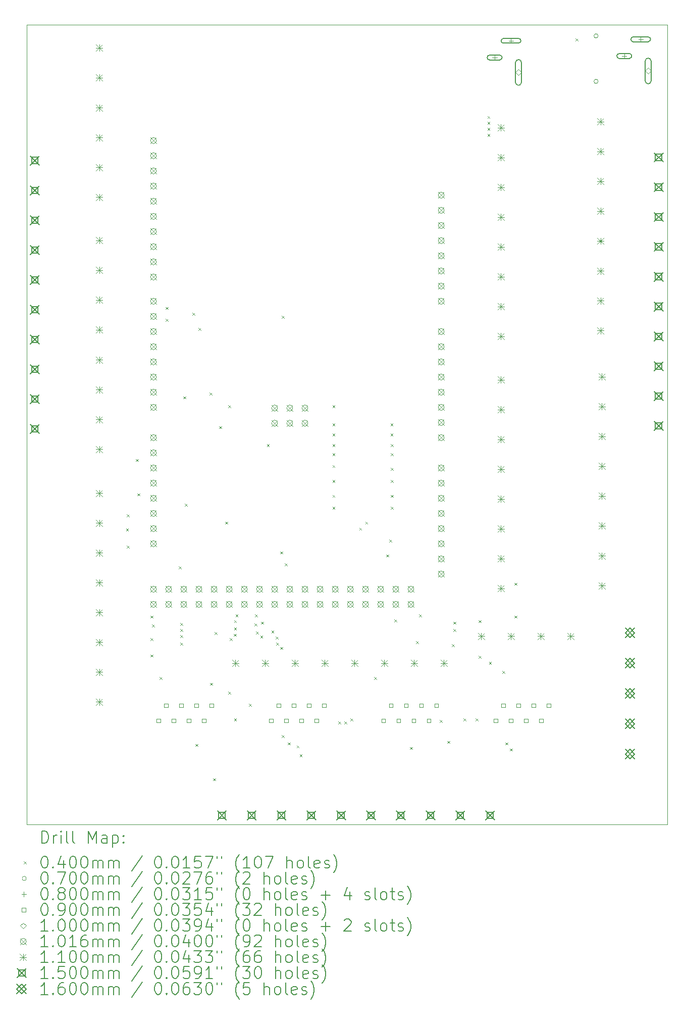
<source format=gbr>
%TF.GenerationSoftware,KiCad,Pcbnew,(6.0.7)*%
%TF.CreationDate,2022-10-05T08:11:49-05:00*%
%TF.ProjectId,FinaleBanger,46696e61-6c65-4426-916e-6765722e6b69,rev?*%
%TF.SameCoordinates,Original*%
%TF.FileFunction,Drillmap*%
%TF.FilePolarity,Positive*%
%FSLAX45Y45*%
G04 Gerber Fmt 4.5, Leading zero omitted, Abs format (unit mm)*
G04 Created by KiCad (PCBNEW (6.0.7)) date 2022-10-05 08:11:49*
%MOMM*%
%LPD*%
G01*
G04 APERTURE LIST*
%ADD10C,0.100000*%
%ADD11C,0.200000*%
%ADD12C,0.040000*%
%ADD13C,0.070000*%
%ADD14C,0.080000*%
%ADD15C,0.090000*%
%ADD16C,0.101600*%
%ADD17C,0.110000*%
%ADD18C,0.150000*%
%ADD19C,0.160000*%
G04 APERTURE END LIST*
D10*
X20650000Y-2200000D02*
X9900000Y-2200000D01*
X9900000Y-2200000D02*
X9900000Y-15600000D01*
X9900000Y-15600000D02*
X20650000Y-15600000D01*
X20650000Y-15600000D02*
X20650000Y-2200000D01*
D11*
D12*
X11567500Y-10642500D02*
X11607500Y-10682500D01*
X11607500Y-10642500D02*
X11567500Y-10682500D01*
X11580000Y-10405000D02*
X11620000Y-10445000D01*
X11620000Y-10405000D02*
X11580000Y-10445000D01*
X11580000Y-10930000D02*
X11620000Y-10970000D01*
X11620000Y-10930000D02*
X11580000Y-10970000D01*
X11730000Y-9480000D02*
X11770000Y-9520000D01*
X11770000Y-9480000D02*
X11730000Y-9520000D01*
X11755000Y-10055000D02*
X11795000Y-10095000D01*
X11795000Y-10055000D02*
X11755000Y-10095000D01*
X11980000Y-12105000D02*
X12020000Y-12145000D01*
X12020000Y-12105000D02*
X11980000Y-12145000D01*
X11980000Y-12480000D02*
X12020000Y-12520000D01*
X12020000Y-12480000D02*
X11980000Y-12520000D01*
X11980000Y-12755000D02*
X12020000Y-12795000D01*
X12020000Y-12755000D02*
X11980000Y-12795000D01*
X12005000Y-12255000D02*
X12045000Y-12295000D01*
X12045000Y-12255000D02*
X12005000Y-12295000D01*
X12130000Y-13130000D02*
X12170000Y-13170000D01*
X12170000Y-13130000D02*
X12130000Y-13170000D01*
X12230000Y-6930000D02*
X12270000Y-6970000D01*
X12270000Y-6930000D02*
X12230000Y-6970000D01*
X12230000Y-7130000D02*
X12270000Y-7170000D01*
X12270000Y-7130000D02*
X12230000Y-7170000D01*
X12455000Y-11280000D02*
X12495000Y-11320000D01*
X12495000Y-11280000D02*
X12455000Y-11320000D01*
X12480000Y-12230000D02*
X12520000Y-12270000D01*
X12520000Y-12230000D02*
X12480000Y-12270000D01*
X12480000Y-12330000D02*
X12520000Y-12370000D01*
X12520000Y-12330000D02*
X12480000Y-12370000D01*
X12480000Y-12430000D02*
X12520000Y-12470000D01*
X12520000Y-12430000D02*
X12480000Y-12470000D01*
X12480000Y-12555000D02*
X12520000Y-12595000D01*
X12520000Y-12555000D02*
X12480000Y-12595000D01*
X12530000Y-8430000D02*
X12570000Y-8470000D01*
X12570000Y-8430000D02*
X12530000Y-8470000D01*
X12555000Y-10230000D02*
X12595000Y-10270000D01*
X12595000Y-10230000D02*
X12555000Y-10270000D01*
X12680000Y-7030000D02*
X12720000Y-7070000D01*
X12720000Y-7030000D02*
X12680000Y-7070000D01*
X12730000Y-14255000D02*
X12770000Y-14295000D01*
X12770000Y-14255000D02*
X12730000Y-14295000D01*
X12780000Y-7280000D02*
X12820000Y-7320000D01*
X12820000Y-7280000D02*
X12780000Y-7320000D01*
X12967500Y-8367500D02*
X13007500Y-8407500D01*
X13007500Y-8367500D02*
X12967500Y-8407500D01*
X12980000Y-13230000D02*
X13020000Y-13270000D01*
X13020000Y-13230000D02*
X12980000Y-13270000D01*
X13030000Y-14830000D02*
X13070000Y-14870000D01*
X13070000Y-14830000D02*
X13030000Y-14870000D01*
X13055000Y-12380000D02*
X13095000Y-12420000D01*
X13095000Y-12380000D02*
X13055000Y-12420000D01*
X13130000Y-8930000D02*
X13170000Y-8970000D01*
X13170000Y-8930000D02*
X13130000Y-8970000D01*
X13230000Y-10530000D02*
X13270000Y-10570000D01*
X13270000Y-10530000D02*
X13230000Y-10570000D01*
X13280000Y-8580000D02*
X13320000Y-8620000D01*
X13320000Y-8580000D02*
X13280000Y-8620000D01*
X13280000Y-13380000D02*
X13320000Y-13420000D01*
X13320000Y-13380000D02*
X13280000Y-13420000D01*
X13305000Y-12480000D02*
X13345000Y-12520000D01*
X13345000Y-12480000D02*
X13305000Y-12520000D01*
X13375675Y-12409324D02*
X13415675Y-12449324D01*
X13415675Y-12409324D02*
X13375675Y-12449324D01*
X13380000Y-12180000D02*
X13420000Y-12220000D01*
X13420000Y-12180000D02*
X13380000Y-12220000D01*
X13380000Y-12305000D02*
X13420000Y-12345000D01*
X13420000Y-12305000D02*
X13380000Y-12345000D01*
X13380000Y-13830000D02*
X13420000Y-13870000D01*
X13420000Y-13830000D02*
X13380000Y-13870000D01*
X13405000Y-12080000D02*
X13445000Y-12120000D01*
X13445000Y-12080000D02*
X13405000Y-12120000D01*
X13630000Y-13580000D02*
X13670000Y-13620000D01*
X13670000Y-13580000D02*
X13630000Y-13620000D01*
X13723630Y-12232550D02*
X13763630Y-12272550D01*
X13763630Y-12232550D02*
X13723630Y-12272550D01*
X13730000Y-12080000D02*
X13770000Y-12120000D01*
X13770000Y-12080000D02*
X13730000Y-12120000D01*
X13748832Y-12369817D02*
X13788832Y-12409817D01*
X13788832Y-12369817D02*
X13748832Y-12409817D01*
X13819508Y-12440492D02*
X13859508Y-12480492D01*
X13859508Y-12440492D02*
X13819508Y-12480492D01*
X13830000Y-12205000D02*
X13870000Y-12245000D01*
X13870000Y-12205000D02*
X13830000Y-12245000D01*
X13930000Y-9230000D02*
X13970000Y-9270000D01*
X13970000Y-9230000D02*
X13930000Y-9270000D01*
X14005000Y-12355000D02*
X14045000Y-12395000D01*
X14045000Y-12355000D02*
X14005000Y-12395000D01*
X14080000Y-12455000D02*
X14120000Y-12495000D01*
X14120000Y-12455000D02*
X14080000Y-12495000D01*
X14084324Y-12557550D02*
X14124324Y-12597550D01*
X14124324Y-12557550D02*
X14084324Y-12597550D01*
X14155000Y-11030000D02*
X14195000Y-11070000D01*
X14195000Y-11030000D02*
X14155000Y-11070000D01*
X14155000Y-12630000D02*
X14195000Y-12670000D01*
X14195000Y-12630000D02*
X14155000Y-12670000D01*
X14180000Y-7080000D02*
X14220000Y-7120000D01*
X14220000Y-7080000D02*
X14180000Y-7120000D01*
X14180000Y-14105000D02*
X14220000Y-14145000D01*
X14220000Y-14105000D02*
X14180000Y-14145000D01*
X14230000Y-11230000D02*
X14270000Y-11270000D01*
X14270000Y-11230000D02*
X14230000Y-11270000D01*
X14280000Y-14230000D02*
X14320000Y-14270000D01*
X14320000Y-14230000D02*
X14280000Y-14270000D01*
X14280000Y-14230000D02*
X14320000Y-14270000D01*
X14320000Y-14230000D02*
X14280000Y-14270000D01*
X14430000Y-14280000D02*
X14470000Y-14320000D01*
X14470000Y-14280000D02*
X14430000Y-14320000D01*
X14480000Y-14430000D02*
X14520000Y-14470000D01*
X14520000Y-14430000D02*
X14480000Y-14470000D01*
X15030000Y-8580000D02*
X15070000Y-8620000D01*
X15070000Y-8580000D02*
X15030000Y-8620000D01*
X15030000Y-8880000D02*
X15070000Y-8920000D01*
X15070000Y-8880000D02*
X15030000Y-8920000D01*
X15030000Y-9055000D02*
X15070000Y-9095000D01*
X15070000Y-9055000D02*
X15030000Y-9095000D01*
X15030000Y-9055000D02*
X15070000Y-9095000D01*
X15070000Y-9055000D02*
X15030000Y-9095000D01*
X15030000Y-9230000D02*
X15070000Y-9270000D01*
X15070000Y-9230000D02*
X15030000Y-9270000D01*
X15030000Y-9380000D02*
X15070000Y-9420000D01*
X15070000Y-9380000D02*
X15030000Y-9420000D01*
X15030000Y-9580000D02*
X15070000Y-9620000D01*
X15070000Y-9580000D02*
X15030000Y-9620000D01*
X15030000Y-9830000D02*
X15070000Y-9870000D01*
X15070000Y-9830000D02*
X15030000Y-9870000D01*
X15030000Y-10080000D02*
X15070000Y-10120000D01*
X15070000Y-10080000D02*
X15030000Y-10120000D01*
X15030000Y-10280000D02*
X15070000Y-10320000D01*
X15070000Y-10280000D02*
X15030000Y-10320000D01*
X15130000Y-13880000D02*
X15170000Y-13920000D01*
X15170000Y-13880000D02*
X15130000Y-13920000D01*
X15230000Y-13880000D02*
X15270000Y-13920000D01*
X15270000Y-13880000D02*
X15230000Y-13920000D01*
X15330000Y-13830000D02*
X15370000Y-13870000D01*
X15370000Y-13830000D02*
X15330000Y-13870000D01*
X15480000Y-10630000D02*
X15520000Y-10670000D01*
X15520000Y-10630000D02*
X15480000Y-10670000D01*
X15480000Y-10630000D02*
X15520000Y-10670000D01*
X15520000Y-10630000D02*
X15480000Y-10670000D01*
X15580000Y-10530000D02*
X15620000Y-10570000D01*
X15620000Y-10530000D02*
X15580000Y-10570000D01*
X15730000Y-13130000D02*
X15770000Y-13170000D01*
X15770000Y-13130000D02*
X15730000Y-13170000D01*
X15930000Y-11080000D02*
X15970000Y-11120000D01*
X15970000Y-11080000D02*
X15930000Y-11120000D01*
X15980000Y-10830000D02*
X16020000Y-10870000D01*
X16020000Y-10830000D02*
X15980000Y-10870000D01*
X16005000Y-8880000D02*
X16045000Y-8920000D01*
X16045000Y-8880000D02*
X16005000Y-8920000D01*
X16005000Y-9055000D02*
X16045000Y-9095000D01*
X16045000Y-9055000D02*
X16005000Y-9095000D01*
X16007550Y-9230000D02*
X16047550Y-9270000D01*
X16047550Y-9230000D02*
X16007550Y-9270000D01*
X16007550Y-9380000D02*
X16047550Y-9420000D01*
X16047550Y-9380000D02*
X16007550Y-9420000D01*
X16007550Y-9630000D02*
X16047550Y-9670000D01*
X16047550Y-9630000D02*
X16007550Y-9670000D01*
X16007550Y-9830000D02*
X16047550Y-9870000D01*
X16047550Y-9830000D02*
X16007550Y-9870000D01*
X16007550Y-10080000D02*
X16047550Y-10120000D01*
X16047550Y-10080000D02*
X16007550Y-10120000D01*
X16007550Y-10280000D02*
X16047550Y-10320000D01*
X16047550Y-10280000D02*
X16007550Y-10320000D01*
X16067500Y-12167500D02*
X16107500Y-12207500D01*
X16107500Y-12167500D02*
X16067500Y-12207500D01*
X16330000Y-14305000D02*
X16370000Y-14345000D01*
X16370000Y-14305000D02*
X16330000Y-14345000D01*
X16430000Y-12530000D02*
X16470000Y-12570000D01*
X16470000Y-12530000D02*
X16430000Y-12570000D01*
X16480000Y-12080000D02*
X16520000Y-12120000D01*
X16520000Y-12080000D02*
X16480000Y-12120000D01*
X16830000Y-13855000D02*
X16870000Y-13895000D01*
X16870000Y-13855000D02*
X16830000Y-13895000D01*
X16955000Y-14205000D02*
X16995000Y-14245000D01*
X16995000Y-14205000D02*
X16955000Y-14245000D01*
X17030000Y-12580000D02*
X17070000Y-12620000D01*
X17070000Y-12580000D02*
X17030000Y-12620000D01*
X17055000Y-12205000D02*
X17095000Y-12245000D01*
X17095000Y-12205000D02*
X17055000Y-12245000D01*
X17055000Y-12330000D02*
X17095000Y-12370000D01*
X17095000Y-12330000D02*
X17055000Y-12370000D01*
X17230000Y-13830000D02*
X17270000Y-13870000D01*
X17270000Y-13830000D02*
X17230000Y-13870000D01*
X17430000Y-13830000D02*
X17470000Y-13870000D01*
X17470000Y-13830000D02*
X17430000Y-13870000D01*
X17480000Y-12180000D02*
X17520000Y-12220000D01*
X17520000Y-12180000D02*
X17480000Y-12220000D01*
X17480000Y-12780000D02*
X17520000Y-12820000D01*
X17520000Y-12780000D02*
X17480000Y-12820000D01*
X17630000Y-3730000D02*
X17670000Y-3770000D01*
X17670000Y-3730000D02*
X17630000Y-3770000D01*
X17630000Y-3830000D02*
X17670000Y-3870000D01*
X17670000Y-3830000D02*
X17630000Y-3870000D01*
X17630000Y-3930000D02*
X17670000Y-3970000D01*
X17670000Y-3930000D02*
X17630000Y-3970000D01*
X17630000Y-4030000D02*
X17670000Y-4070000D01*
X17670000Y-4030000D02*
X17630000Y-4070000D01*
X17655000Y-12880000D02*
X17695000Y-12920000D01*
X17695000Y-12880000D02*
X17655000Y-12920000D01*
X17880000Y-13030000D02*
X17920000Y-13070000D01*
X17920000Y-13030000D02*
X17880000Y-13070000D01*
X17880000Y-13030000D02*
X17920000Y-13070000D01*
X17920000Y-13030000D02*
X17880000Y-13070000D01*
X17930000Y-14230000D02*
X17970000Y-14270000D01*
X17970000Y-14230000D02*
X17930000Y-14270000D01*
X18005000Y-14330000D02*
X18045000Y-14370000D01*
X18045000Y-14330000D02*
X18005000Y-14370000D01*
X18080000Y-11555000D02*
X18120000Y-11595000D01*
X18120000Y-11555000D02*
X18080000Y-11595000D01*
X18080000Y-12105000D02*
X18120000Y-12145000D01*
X18120000Y-12105000D02*
X18080000Y-12145000D01*
X19105000Y-2430000D02*
X19145000Y-2470000D01*
X19145000Y-2430000D02*
X19105000Y-2470000D01*
D13*
X19485000Y-2388000D02*
G75*
G03*
X19485000Y-2388000I-35000J0D01*
G01*
X19485000Y-3150000D02*
G75*
G03*
X19485000Y-3150000I-35000J0D01*
G01*
D14*
X17750000Y-2710000D02*
X17750000Y-2790000D01*
X17710000Y-2750000D02*
X17790000Y-2750000D01*
D11*
X17835000Y-2710000D02*
X17665000Y-2710000D01*
X17835000Y-2790000D02*
X17665000Y-2790000D01*
X17665000Y-2710000D02*
G75*
G03*
X17665000Y-2790000I0J-40000D01*
G01*
X17835000Y-2790000D02*
G75*
G03*
X17835000Y-2710000I0J40000D01*
G01*
D14*
X18025000Y-2430000D02*
X18025000Y-2510000D01*
X17985000Y-2470000D02*
X18065000Y-2470000D01*
D11*
X18150000Y-2430000D02*
X17900000Y-2430000D01*
X18150000Y-2510000D02*
X17900000Y-2510000D01*
X17900000Y-2430000D02*
G75*
G03*
X17900000Y-2510000I0J-40000D01*
G01*
X18150000Y-2510000D02*
G75*
G03*
X18150000Y-2430000I0J40000D01*
G01*
D14*
X19925000Y-2685000D02*
X19925000Y-2765000D01*
X19885000Y-2725000D02*
X19965000Y-2725000D01*
D11*
X20010000Y-2685000D02*
X19840000Y-2685000D01*
X20010000Y-2765000D02*
X19840000Y-2765000D01*
X19840000Y-2685000D02*
G75*
G03*
X19840000Y-2765000I0J-40000D01*
G01*
X20010000Y-2765000D02*
G75*
G03*
X20010000Y-2685000I0J40000D01*
G01*
D14*
X20200000Y-2405000D02*
X20200000Y-2485000D01*
X20160000Y-2445000D02*
X20240000Y-2445000D01*
D11*
X20325000Y-2405000D02*
X20075000Y-2405000D01*
X20325000Y-2485000D02*
X20075000Y-2485000D01*
X20075000Y-2405000D02*
G75*
G03*
X20075000Y-2485000I0J-40000D01*
G01*
X20325000Y-2485000D02*
G75*
G03*
X20325000Y-2405000I0J40000D01*
G01*
D15*
X12144931Y-13896820D02*
X12144931Y-13833180D01*
X12081291Y-13833180D01*
X12081291Y-13896820D01*
X12144931Y-13896820D01*
X12271931Y-13642820D02*
X12271931Y-13579180D01*
X12208291Y-13579180D01*
X12208291Y-13642820D01*
X12271931Y-13642820D01*
X12398931Y-13896820D02*
X12398931Y-13833180D01*
X12335291Y-13833180D01*
X12335291Y-13896820D01*
X12398931Y-13896820D01*
X12525931Y-13642820D02*
X12525931Y-13579180D01*
X12462291Y-13579180D01*
X12462291Y-13642820D01*
X12525931Y-13642820D01*
X12652931Y-13896820D02*
X12652931Y-13833180D01*
X12589291Y-13833180D01*
X12589291Y-13896820D01*
X12652931Y-13896820D01*
X12779931Y-13642820D02*
X12779931Y-13579180D01*
X12716291Y-13579180D01*
X12716291Y-13642820D01*
X12779931Y-13642820D01*
X12906931Y-13896820D02*
X12906931Y-13833180D01*
X12843291Y-13833180D01*
X12843291Y-13896820D01*
X12906931Y-13896820D01*
X13033931Y-13642820D02*
X13033931Y-13579180D01*
X12970291Y-13579180D01*
X12970291Y-13642820D01*
X13033931Y-13642820D01*
X14030376Y-13896820D02*
X14030376Y-13833180D01*
X13966735Y-13833180D01*
X13966735Y-13896820D01*
X14030376Y-13896820D01*
X14157376Y-13642820D02*
X14157376Y-13579180D01*
X14093735Y-13579180D01*
X14093735Y-13642820D01*
X14157376Y-13642820D01*
X14284376Y-13896820D02*
X14284376Y-13833180D01*
X14220735Y-13833180D01*
X14220735Y-13896820D01*
X14284376Y-13896820D01*
X14411376Y-13642820D02*
X14411376Y-13579180D01*
X14347735Y-13579180D01*
X14347735Y-13642820D01*
X14411376Y-13642820D01*
X14538376Y-13896820D02*
X14538376Y-13833180D01*
X14474735Y-13833180D01*
X14474735Y-13896820D01*
X14538376Y-13896820D01*
X14665376Y-13642820D02*
X14665376Y-13579180D01*
X14601735Y-13579180D01*
X14601735Y-13642820D01*
X14665376Y-13642820D01*
X14792376Y-13896820D02*
X14792376Y-13833180D01*
X14728735Y-13833180D01*
X14728735Y-13896820D01*
X14792376Y-13896820D01*
X14919376Y-13642820D02*
X14919376Y-13579180D01*
X14855735Y-13579180D01*
X14855735Y-13642820D01*
X14919376Y-13642820D01*
X15915820Y-13896820D02*
X15915820Y-13833180D01*
X15852180Y-13833180D01*
X15852180Y-13896820D01*
X15915820Y-13896820D01*
X16042820Y-13642820D02*
X16042820Y-13579180D01*
X15979180Y-13579180D01*
X15979180Y-13642820D01*
X16042820Y-13642820D01*
X16169820Y-13896820D02*
X16169820Y-13833180D01*
X16106180Y-13833180D01*
X16106180Y-13896820D01*
X16169820Y-13896820D01*
X16296820Y-13642820D02*
X16296820Y-13579180D01*
X16233180Y-13579180D01*
X16233180Y-13642820D01*
X16296820Y-13642820D01*
X16423820Y-13896820D02*
X16423820Y-13833180D01*
X16360180Y-13833180D01*
X16360180Y-13896820D01*
X16423820Y-13896820D01*
X16550820Y-13642820D02*
X16550820Y-13579180D01*
X16487180Y-13579180D01*
X16487180Y-13642820D01*
X16550820Y-13642820D01*
X16677820Y-13896820D02*
X16677820Y-13833180D01*
X16614180Y-13833180D01*
X16614180Y-13896820D01*
X16677820Y-13896820D01*
X16804820Y-13642820D02*
X16804820Y-13579180D01*
X16741180Y-13579180D01*
X16741180Y-13642820D01*
X16804820Y-13642820D01*
X17801265Y-13896820D02*
X17801265Y-13833180D01*
X17737624Y-13833180D01*
X17737624Y-13896820D01*
X17801265Y-13896820D01*
X17928265Y-13642820D02*
X17928265Y-13579180D01*
X17864624Y-13579180D01*
X17864624Y-13642820D01*
X17928265Y-13642820D01*
X18055265Y-13896820D02*
X18055265Y-13833180D01*
X17991624Y-13833180D01*
X17991624Y-13896820D01*
X18055265Y-13896820D01*
X18182265Y-13642820D02*
X18182265Y-13579180D01*
X18118624Y-13579180D01*
X18118624Y-13642820D01*
X18182265Y-13642820D01*
X18309265Y-13896820D02*
X18309265Y-13833180D01*
X18245624Y-13833180D01*
X18245624Y-13896820D01*
X18309265Y-13896820D01*
X18436265Y-13642820D02*
X18436265Y-13579180D01*
X18372624Y-13579180D01*
X18372624Y-13642820D01*
X18436265Y-13642820D01*
X18563265Y-13896820D02*
X18563265Y-13833180D01*
X18499624Y-13833180D01*
X18499624Y-13896820D01*
X18563265Y-13896820D01*
X18690265Y-13642820D02*
X18690265Y-13579180D01*
X18626624Y-13579180D01*
X18626624Y-13642820D01*
X18690265Y-13642820D01*
D10*
X18150000Y-3050000D02*
X18200000Y-3000000D01*
X18150000Y-2950000D01*
X18100000Y-3000000D01*
X18150000Y-3050000D01*
D11*
X18100000Y-2835000D02*
X18100000Y-3165000D01*
X18200000Y-2835000D02*
X18200000Y-3165000D01*
X18100000Y-3165000D02*
G75*
G03*
X18200000Y-3165000I50000J0D01*
G01*
X18200000Y-2835000D02*
G75*
G03*
X18100000Y-2835000I-50000J0D01*
G01*
D10*
X20325000Y-3025000D02*
X20375000Y-2975000D01*
X20325000Y-2925000D01*
X20275000Y-2975000D01*
X20325000Y-3025000D01*
D11*
X20275000Y-2810000D02*
X20275000Y-3140000D01*
X20375000Y-2810000D02*
X20375000Y-3140000D01*
X20275000Y-3140000D02*
G75*
G03*
X20375000Y-3140000I50000J0D01*
G01*
X20375000Y-2810000D02*
G75*
G03*
X20275000Y-2810000I-50000J0D01*
G01*
D16*
X11977450Y-4091300D02*
X12079050Y-4192900D01*
X12079050Y-4091300D02*
X11977450Y-4192900D01*
X12079050Y-4142100D02*
G75*
G03*
X12079050Y-4142100I-50800J0D01*
G01*
X11977450Y-4345300D02*
X12079050Y-4446900D01*
X12079050Y-4345300D02*
X11977450Y-4446900D01*
X12079050Y-4396100D02*
G75*
G03*
X12079050Y-4396100I-50800J0D01*
G01*
X11977450Y-4599300D02*
X12079050Y-4700900D01*
X12079050Y-4599300D02*
X11977450Y-4700900D01*
X12079050Y-4650100D02*
G75*
G03*
X12079050Y-4650100I-50800J0D01*
G01*
X11977450Y-4853300D02*
X12079050Y-4954900D01*
X12079050Y-4853300D02*
X11977450Y-4954900D01*
X12079050Y-4904100D02*
G75*
G03*
X12079050Y-4904100I-50800J0D01*
G01*
X11977450Y-5107300D02*
X12079050Y-5208900D01*
X12079050Y-5107300D02*
X11977450Y-5208900D01*
X12079050Y-5158100D02*
G75*
G03*
X12079050Y-5158100I-50800J0D01*
G01*
X11977450Y-5361300D02*
X12079050Y-5462900D01*
X12079050Y-5361300D02*
X11977450Y-5462900D01*
X12079050Y-5412100D02*
G75*
G03*
X12079050Y-5412100I-50800J0D01*
G01*
X11977450Y-5615300D02*
X12079050Y-5716900D01*
X12079050Y-5615300D02*
X11977450Y-5716900D01*
X12079050Y-5666100D02*
G75*
G03*
X12079050Y-5666100I-50800J0D01*
G01*
X11977450Y-5869300D02*
X12079050Y-5970900D01*
X12079050Y-5869300D02*
X11977450Y-5970900D01*
X12079050Y-5920100D02*
G75*
G03*
X12079050Y-5920100I-50800J0D01*
G01*
X11977450Y-6123300D02*
X12079050Y-6224900D01*
X12079050Y-6123300D02*
X11977450Y-6224900D01*
X12079050Y-6174100D02*
G75*
G03*
X12079050Y-6174100I-50800J0D01*
G01*
X11977450Y-6377300D02*
X12079050Y-6478900D01*
X12079050Y-6377300D02*
X11977450Y-6478900D01*
X12079050Y-6428100D02*
G75*
G03*
X12079050Y-6428100I-50800J0D01*
G01*
X11977450Y-6783700D02*
X12079050Y-6885300D01*
X12079050Y-6783700D02*
X11977450Y-6885300D01*
X12079050Y-6834500D02*
G75*
G03*
X12079050Y-6834500I-50800J0D01*
G01*
X11977450Y-7037700D02*
X12079050Y-7139300D01*
X12079050Y-7037700D02*
X11977450Y-7139300D01*
X12079050Y-7088500D02*
G75*
G03*
X12079050Y-7088500I-50800J0D01*
G01*
X11977450Y-7291700D02*
X12079050Y-7393300D01*
X12079050Y-7291700D02*
X11977450Y-7393300D01*
X12079050Y-7342500D02*
G75*
G03*
X12079050Y-7342500I-50800J0D01*
G01*
X11977450Y-7545700D02*
X12079050Y-7647300D01*
X12079050Y-7545700D02*
X11977450Y-7647300D01*
X12079050Y-7596500D02*
G75*
G03*
X12079050Y-7596500I-50800J0D01*
G01*
X11977450Y-7799700D02*
X12079050Y-7901300D01*
X12079050Y-7799700D02*
X11977450Y-7901300D01*
X12079050Y-7850500D02*
G75*
G03*
X12079050Y-7850500I-50800J0D01*
G01*
X11977450Y-8053700D02*
X12079050Y-8155300D01*
X12079050Y-8053700D02*
X11977450Y-8155300D01*
X12079050Y-8104500D02*
G75*
G03*
X12079050Y-8104500I-50800J0D01*
G01*
X11977450Y-8307700D02*
X12079050Y-8409300D01*
X12079050Y-8307700D02*
X11977450Y-8409300D01*
X12079050Y-8358500D02*
G75*
G03*
X12079050Y-8358500I-50800J0D01*
G01*
X11977450Y-8561700D02*
X12079050Y-8663300D01*
X12079050Y-8561700D02*
X11977450Y-8663300D01*
X12079050Y-8612500D02*
G75*
G03*
X12079050Y-8612500I-50800J0D01*
G01*
X11977450Y-9069700D02*
X12079050Y-9171300D01*
X12079050Y-9069700D02*
X11977450Y-9171300D01*
X12079050Y-9120500D02*
G75*
G03*
X12079050Y-9120500I-50800J0D01*
G01*
X11977450Y-9323700D02*
X12079050Y-9425300D01*
X12079050Y-9323700D02*
X11977450Y-9425300D01*
X12079050Y-9374500D02*
G75*
G03*
X12079050Y-9374500I-50800J0D01*
G01*
X11977450Y-9577700D02*
X12079050Y-9679300D01*
X12079050Y-9577700D02*
X11977450Y-9679300D01*
X12079050Y-9628500D02*
G75*
G03*
X12079050Y-9628500I-50800J0D01*
G01*
X11977450Y-9831700D02*
X12079050Y-9933300D01*
X12079050Y-9831700D02*
X11977450Y-9933300D01*
X12079050Y-9882500D02*
G75*
G03*
X12079050Y-9882500I-50800J0D01*
G01*
X11977450Y-10085700D02*
X12079050Y-10187300D01*
X12079050Y-10085700D02*
X11977450Y-10187300D01*
X12079050Y-10136500D02*
G75*
G03*
X12079050Y-10136500I-50800J0D01*
G01*
X11977450Y-10339700D02*
X12079050Y-10441300D01*
X12079050Y-10339700D02*
X11977450Y-10441300D01*
X12079050Y-10390500D02*
G75*
G03*
X12079050Y-10390500I-50800J0D01*
G01*
X11977450Y-10593700D02*
X12079050Y-10695300D01*
X12079050Y-10593700D02*
X11977450Y-10695300D01*
X12079050Y-10644500D02*
G75*
G03*
X12079050Y-10644500I-50800J0D01*
G01*
X11977450Y-10847700D02*
X12079050Y-10949300D01*
X12079050Y-10847700D02*
X11977450Y-10949300D01*
X12079050Y-10898500D02*
G75*
G03*
X12079050Y-10898500I-50800J0D01*
G01*
X11977450Y-11609700D02*
X12079050Y-11711300D01*
X12079050Y-11609700D02*
X11977450Y-11711300D01*
X12079050Y-11660500D02*
G75*
G03*
X12079050Y-11660500I-50800J0D01*
G01*
X11977450Y-11863700D02*
X12079050Y-11965300D01*
X12079050Y-11863700D02*
X11977450Y-11965300D01*
X12079050Y-11914500D02*
G75*
G03*
X12079050Y-11914500I-50800J0D01*
G01*
X12231450Y-11609700D02*
X12333050Y-11711300D01*
X12333050Y-11609700D02*
X12231450Y-11711300D01*
X12333050Y-11660500D02*
G75*
G03*
X12333050Y-11660500I-50800J0D01*
G01*
X12231450Y-11863700D02*
X12333050Y-11965300D01*
X12333050Y-11863700D02*
X12231450Y-11965300D01*
X12333050Y-11914500D02*
G75*
G03*
X12333050Y-11914500I-50800J0D01*
G01*
X12485450Y-11609700D02*
X12587050Y-11711300D01*
X12587050Y-11609700D02*
X12485450Y-11711300D01*
X12587050Y-11660500D02*
G75*
G03*
X12587050Y-11660500I-50800J0D01*
G01*
X12485450Y-11863700D02*
X12587050Y-11965300D01*
X12587050Y-11863700D02*
X12485450Y-11965300D01*
X12587050Y-11914500D02*
G75*
G03*
X12587050Y-11914500I-50800J0D01*
G01*
X12739450Y-11609700D02*
X12841050Y-11711300D01*
X12841050Y-11609700D02*
X12739450Y-11711300D01*
X12841050Y-11660500D02*
G75*
G03*
X12841050Y-11660500I-50800J0D01*
G01*
X12739450Y-11863700D02*
X12841050Y-11965300D01*
X12841050Y-11863700D02*
X12739450Y-11965300D01*
X12841050Y-11914500D02*
G75*
G03*
X12841050Y-11914500I-50800J0D01*
G01*
X12993450Y-11609700D02*
X13095050Y-11711300D01*
X13095050Y-11609700D02*
X12993450Y-11711300D01*
X13095050Y-11660500D02*
G75*
G03*
X13095050Y-11660500I-50800J0D01*
G01*
X12993450Y-11863700D02*
X13095050Y-11965300D01*
X13095050Y-11863700D02*
X12993450Y-11965300D01*
X13095050Y-11914500D02*
G75*
G03*
X13095050Y-11914500I-50800J0D01*
G01*
X13247450Y-11609700D02*
X13349050Y-11711300D01*
X13349050Y-11609700D02*
X13247450Y-11711300D01*
X13349050Y-11660500D02*
G75*
G03*
X13349050Y-11660500I-50800J0D01*
G01*
X13247450Y-11863700D02*
X13349050Y-11965300D01*
X13349050Y-11863700D02*
X13247450Y-11965300D01*
X13349050Y-11914500D02*
G75*
G03*
X13349050Y-11914500I-50800J0D01*
G01*
X13501450Y-11609700D02*
X13603050Y-11711300D01*
X13603050Y-11609700D02*
X13501450Y-11711300D01*
X13603050Y-11660500D02*
G75*
G03*
X13603050Y-11660500I-50800J0D01*
G01*
X13501450Y-11863700D02*
X13603050Y-11965300D01*
X13603050Y-11863700D02*
X13501450Y-11965300D01*
X13603050Y-11914500D02*
G75*
G03*
X13603050Y-11914500I-50800J0D01*
G01*
X13755450Y-11609700D02*
X13857050Y-11711300D01*
X13857050Y-11609700D02*
X13755450Y-11711300D01*
X13857050Y-11660500D02*
G75*
G03*
X13857050Y-11660500I-50800J0D01*
G01*
X13755450Y-11863700D02*
X13857050Y-11965300D01*
X13857050Y-11863700D02*
X13755450Y-11965300D01*
X13857050Y-11914500D02*
G75*
G03*
X13857050Y-11914500I-50800J0D01*
G01*
X14009450Y-8574400D02*
X14111050Y-8676000D01*
X14111050Y-8574400D02*
X14009450Y-8676000D01*
X14111050Y-8625200D02*
G75*
G03*
X14111050Y-8625200I-50800J0D01*
G01*
X14009450Y-8828400D02*
X14111050Y-8930000D01*
X14111050Y-8828400D02*
X14009450Y-8930000D01*
X14111050Y-8879200D02*
G75*
G03*
X14111050Y-8879200I-50800J0D01*
G01*
X14009450Y-11609700D02*
X14111050Y-11711300D01*
X14111050Y-11609700D02*
X14009450Y-11711300D01*
X14111050Y-11660500D02*
G75*
G03*
X14111050Y-11660500I-50800J0D01*
G01*
X14009450Y-11863700D02*
X14111050Y-11965300D01*
X14111050Y-11863700D02*
X14009450Y-11965300D01*
X14111050Y-11914500D02*
G75*
G03*
X14111050Y-11914500I-50800J0D01*
G01*
X14263450Y-8574400D02*
X14365050Y-8676000D01*
X14365050Y-8574400D02*
X14263450Y-8676000D01*
X14365050Y-8625200D02*
G75*
G03*
X14365050Y-8625200I-50800J0D01*
G01*
X14263450Y-8828400D02*
X14365050Y-8930000D01*
X14365050Y-8828400D02*
X14263450Y-8930000D01*
X14365050Y-8879200D02*
G75*
G03*
X14365050Y-8879200I-50800J0D01*
G01*
X14263450Y-11609700D02*
X14365050Y-11711300D01*
X14365050Y-11609700D02*
X14263450Y-11711300D01*
X14365050Y-11660500D02*
G75*
G03*
X14365050Y-11660500I-50800J0D01*
G01*
X14263450Y-11863700D02*
X14365050Y-11965300D01*
X14365050Y-11863700D02*
X14263450Y-11965300D01*
X14365050Y-11914500D02*
G75*
G03*
X14365050Y-11914500I-50800J0D01*
G01*
X14517450Y-8574400D02*
X14619050Y-8676000D01*
X14619050Y-8574400D02*
X14517450Y-8676000D01*
X14619050Y-8625200D02*
G75*
G03*
X14619050Y-8625200I-50800J0D01*
G01*
X14517450Y-8828400D02*
X14619050Y-8930000D01*
X14619050Y-8828400D02*
X14517450Y-8930000D01*
X14619050Y-8879200D02*
G75*
G03*
X14619050Y-8879200I-50800J0D01*
G01*
X14517450Y-11609700D02*
X14619050Y-11711300D01*
X14619050Y-11609700D02*
X14517450Y-11711300D01*
X14619050Y-11660500D02*
G75*
G03*
X14619050Y-11660500I-50800J0D01*
G01*
X14517450Y-11863700D02*
X14619050Y-11965300D01*
X14619050Y-11863700D02*
X14517450Y-11965300D01*
X14619050Y-11914500D02*
G75*
G03*
X14619050Y-11914500I-50800J0D01*
G01*
X14771450Y-11609700D02*
X14873050Y-11711300D01*
X14873050Y-11609700D02*
X14771450Y-11711300D01*
X14873050Y-11660500D02*
G75*
G03*
X14873050Y-11660500I-50800J0D01*
G01*
X14771450Y-11863700D02*
X14873050Y-11965300D01*
X14873050Y-11863700D02*
X14771450Y-11965300D01*
X14873050Y-11914500D02*
G75*
G03*
X14873050Y-11914500I-50800J0D01*
G01*
X15025450Y-11609700D02*
X15127050Y-11711300D01*
X15127050Y-11609700D02*
X15025450Y-11711300D01*
X15127050Y-11660500D02*
G75*
G03*
X15127050Y-11660500I-50800J0D01*
G01*
X15025450Y-11863700D02*
X15127050Y-11965300D01*
X15127050Y-11863700D02*
X15025450Y-11965300D01*
X15127050Y-11914500D02*
G75*
G03*
X15127050Y-11914500I-50800J0D01*
G01*
X15279450Y-11609700D02*
X15381050Y-11711300D01*
X15381050Y-11609700D02*
X15279450Y-11711300D01*
X15381050Y-11660500D02*
G75*
G03*
X15381050Y-11660500I-50800J0D01*
G01*
X15279450Y-11863700D02*
X15381050Y-11965300D01*
X15381050Y-11863700D02*
X15279450Y-11965300D01*
X15381050Y-11914500D02*
G75*
G03*
X15381050Y-11914500I-50800J0D01*
G01*
X15533450Y-11609700D02*
X15635050Y-11711300D01*
X15635050Y-11609700D02*
X15533450Y-11711300D01*
X15635050Y-11660500D02*
G75*
G03*
X15635050Y-11660500I-50800J0D01*
G01*
X15533450Y-11863700D02*
X15635050Y-11965300D01*
X15635050Y-11863700D02*
X15533450Y-11965300D01*
X15635050Y-11914500D02*
G75*
G03*
X15635050Y-11914500I-50800J0D01*
G01*
X15787450Y-11609700D02*
X15889050Y-11711300D01*
X15889050Y-11609700D02*
X15787450Y-11711300D01*
X15889050Y-11660500D02*
G75*
G03*
X15889050Y-11660500I-50800J0D01*
G01*
X15787450Y-11863700D02*
X15889050Y-11965300D01*
X15889050Y-11863700D02*
X15787450Y-11965300D01*
X15889050Y-11914500D02*
G75*
G03*
X15889050Y-11914500I-50800J0D01*
G01*
X16041450Y-11609700D02*
X16143050Y-11711300D01*
X16143050Y-11609700D02*
X16041450Y-11711300D01*
X16143050Y-11660500D02*
G75*
G03*
X16143050Y-11660500I-50800J0D01*
G01*
X16041450Y-11863700D02*
X16143050Y-11965300D01*
X16143050Y-11863700D02*
X16041450Y-11965300D01*
X16143050Y-11914500D02*
G75*
G03*
X16143050Y-11914500I-50800J0D01*
G01*
X16295450Y-11609700D02*
X16397050Y-11711300D01*
X16397050Y-11609700D02*
X16295450Y-11711300D01*
X16397050Y-11660500D02*
G75*
G03*
X16397050Y-11660500I-50800J0D01*
G01*
X16295450Y-11863700D02*
X16397050Y-11965300D01*
X16397050Y-11863700D02*
X16295450Y-11965300D01*
X16397050Y-11914500D02*
G75*
G03*
X16397050Y-11914500I-50800J0D01*
G01*
X16803450Y-5005700D02*
X16905050Y-5107300D01*
X16905050Y-5005700D02*
X16803450Y-5107300D01*
X16905050Y-5056500D02*
G75*
G03*
X16905050Y-5056500I-50800J0D01*
G01*
X16803450Y-5259700D02*
X16905050Y-5361300D01*
X16905050Y-5259700D02*
X16803450Y-5361300D01*
X16905050Y-5310500D02*
G75*
G03*
X16905050Y-5310500I-50800J0D01*
G01*
X16803450Y-5513700D02*
X16905050Y-5615300D01*
X16905050Y-5513700D02*
X16803450Y-5615300D01*
X16905050Y-5564500D02*
G75*
G03*
X16905050Y-5564500I-50800J0D01*
G01*
X16803450Y-5767700D02*
X16905050Y-5869300D01*
X16905050Y-5767700D02*
X16803450Y-5869300D01*
X16905050Y-5818500D02*
G75*
G03*
X16905050Y-5818500I-50800J0D01*
G01*
X16803450Y-6021700D02*
X16905050Y-6123300D01*
X16905050Y-6021700D02*
X16803450Y-6123300D01*
X16905050Y-6072500D02*
G75*
G03*
X16905050Y-6072500I-50800J0D01*
G01*
X16803450Y-6275700D02*
X16905050Y-6377300D01*
X16905050Y-6275700D02*
X16803450Y-6377300D01*
X16905050Y-6326500D02*
G75*
G03*
X16905050Y-6326500I-50800J0D01*
G01*
X16803450Y-6529700D02*
X16905050Y-6631300D01*
X16905050Y-6529700D02*
X16803450Y-6631300D01*
X16905050Y-6580500D02*
G75*
G03*
X16905050Y-6580500I-50800J0D01*
G01*
X16803450Y-6783700D02*
X16905050Y-6885300D01*
X16905050Y-6783700D02*
X16803450Y-6885300D01*
X16905050Y-6834500D02*
G75*
G03*
X16905050Y-6834500I-50800J0D01*
G01*
X16803450Y-7291700D02*
X16905050Y-7393300D01*
X16905050Y-7291700D02*
X16803450Y-7393300D01*
X16905050Y-7342500D02*
G75*
G03*
X16905050Y-7342500I-50800J0D01*
G01*
X16803450Y-7545700D02*
X16905050Y-7647300D01*
X16905050Y-7545700D02*
X16803450Y-7647300D01*
X16905050Y-7596500D02*
G75*
G03*
X16905050Y-7596500I-50800J0D01*
G01*
X16803450Y-7799700D02*
X16905050Y-7901300D01*
X16905050Y-7799700D02*
X16803450Y-7901300D01*
X16905050Y-7850500D02*
G75*
G03*
X16905050Y-7850500I-50800J0D01*
G01*
X16803450Y-8053700D02*
X16905050Y-8155300D01*
X16905050Y-8053700D02*
X16803450Y-8155300D01*
X16905050Y-8104500D02*
G75*
G03*
X16905050Y-8104500I-50800J0D01*
G01*
X16803450Y-8307700D02*
X16905050Y-8409300D01*
X16905050Y-8307700D02*
X16803450Y-8409300D01*
X16905050Y-8358500D02*
G75*
G03*
X16905050Y-8358500I-50800J0D01*
G01*
X16803450Y-8561700D02*
X16905050Y-8663300D01*
X16905050Y-8561700D02*
X16803450Y-8663300D01*
X16905050Y-8612500D02*
G75*
G03*
X16905050Y-8612500I-50800J0D01*
G01*
X16803450Y-8815700D02*
X16905050Y-8917300D01*
X16905050Y-8815700D02*
X16803450Y-8917300D01*
X16905050Y-8866500D02*
G75*
G03*
X16905050Y-8866500I-50800J0D01*
G01*
X16803450Y-9069700D02*
X16905050Y-9171300D01*
X16905050Y-9069700D02*
X16803450Y-9171300D01*
X16905050Y-9120500D02*
G75*
G03*
X16905050Y-9120500I-50800J0D01*
G01*
X16803450Y-9577700D02*
X16905050Y-9679300D01*
X16905050Y-9577700D02*
X16803450Y-9679300D01*
X16905050Y-9628500D02*
G75*
G03*
X16905050Y-9628500I-50800J0D01*
G01*
X16803450Y-9831700D02*
X16905050Y-9933300D01*
X16905050Y-9831700D02*
X16803450Y-9933300D01*
X16905050Y-9882500D02*
G75*
G03*
X16905050Y-9882500I-50800J0D01*
G01*
X16803450Y-10085700D02*
X16905050Y-10187300D01*
X16905050Y-10085700D02*
X16803450Y-10187300D01*
X16905050Y-10136500D02*
G75*
G03*
X16905050Y-10136500I-50800J0D01*
G01*
X16803450Y-10339700D02*
X16905050Y-10441300D01*
X16905050Y-10339700D02*
X16803450Y-10441300D01*
X16905050Y-10390500D02*
G75*
G03*
X16905050Y-10390500I-50800J0D01*
G01*
X16803450Y-10593700D02*
X16905050Y-10695300D01*
X16905050Y-10593700D02*
X16803450Y-10695300D01*
X16905050Y-10644500D02*
G75*
G03*
X16905050Y-10644500I-50800J0D01*
G01*
X16803450Y-10847700D02*
X16905050Y-10949300D01*
X16905050Y-10847700D02*
X16803450Y-10949300D01*
X16905050Y-10898500D02*
G75*
G03*
X16905050Y-10898500I-50800J0D01*
G01*
X16803450Y-11101700D02*
X16905050Y-11203300D01*
X16905050Y-11101700D02*
X16803450Y-11203300D01*
X16905050Y-11152500D02*
G75*
G03*
X16905050Y-11152500I-50800J0D01*
G01*
X16803450Y-11355700D02*
X16905050Y-11457300D01*
X16905050Y-11355700D02*
X16803450Y-11457300D01*
X16905050Y-11406500D02*
G75*
G03*
X16905050Y-11406500I-50800J0D01*
G01*
D17*
X11065000Y-2535000D02*
X11175000Y-2645000D01*
X11175000Y-2535000D02*
X11065000Y-2645000D01*
X11120000Y-2535000D02*
X11120000Y-2645000D01*
X11065000Y-2590000D02*
X11175000Y-2590000D01*
X11065000Y-3035000D02*
X11175000Y-3145000D01*
X11175000Y-3035000D02*
X11065000Y-3145000D01*
X11120000Y-3035000D02*
X11120000Y-3145000D01*
X11065000Y-3090000D02*
X11175000Y-3090000D01*
X11065000Y-3535000D02*
X11175000Y-3645000D01*
X11175000Y-3535000D02*
X11065000Y-3645000D01*
X11120000Y-3535000D02*
X11120000Y-3645000D01*
X11065000Y-3590000D02*
X11175000Y-3590000D01*
X11065000Y-4035000D02*
X11175000Y-4145000D01*
X11175000Y-4035000D02*
X11065000Y-4145000D01*
X11120000Y-4035000D02*
X11120000Y-4145000D01*
X11065000Y-4090000D02*
X11175000Y-4090000D01*
X11065000Y-4535000D02*
X11175000Y-4645000D01*
X11175000Y-4535000D02*
X11065000Y-4645000D01*
X11120000Y-4535000D02*
X11120000Y-4645000D01*
X11065000Y-4590000D02*
X11175000Y-4590000D01*
X11065000Y-5035000D02*
X11175000Y-5145000D01*
X11175000Y-5035000D02*
X11065000Y-5145000D01*
X11120000Y-5035000D02*
X11120000Y-5145000D01*
X11065000Y-5090000D02*
X11175000Y-5090000D01*
X11065000Y-5760000D02*
X11175000Y-5870000D01*
X11175000Y-5760000D02*
X11065000Y-5870000D01*
X11120000Y-5760000D02*
X11120000Y-5870000D01*
X11065000Y-5815000D02*
X11175000Y-5815000D01*
X11065000Y-6260000D02*
X11175000Y-6370000D01*
X11175000Y-6260000D02*
X11065000Y-6370000D01*
X11120000Y-6260000D02*
X11120000Y-6370000D01*
X11065000Y-6315000D02*
X11175000Y-6315000D01*
X11065000Y-6760000D02*
X11175000Y-6870000D01*
X11175000Y-6760000D02*
X11065000Y-6870000D01*
X11120000Y-6760000D02*
X11120000Y-6870000D01*
X11065000Y-6815000D02*
X11175000Y-6815000D01*
X11065000Y-7260000D02*
X11175000Y-7370000D01*
X11175000Y-7260000D02*
X11065000Y-7370000D01*
X11120000Y-7260000D02*
X11120000Y-7370000D01*
X11065000Y-7315000D02*
X11175000Y-7315000D01*
X11065000Y-7760000D02*
X11175000Y-7870000D01*
X11175000Y-7760000D02*
X11065000Y-7870000D01*
X11120000Y-7760000D02*
X11120000Y-7870000D01*
X11065000Y-7815000D02*
X11175000Y-7815000D01*
X11065000Y-8260000D02*
X11175000Y-8370000D01*
X11175000Y-8260000D02*
X11065000Y-8370000D01*
X11120000Y-8260000D02*
X11120000Y-8370000D01*
X11065000Y-8315000D02*
X11175000Y-8315000D01*
X11065000Y-8760000D02*
X11175000Y-8870000D01*
X11175000Y-8760000D02*
X11065000Y-8870000D01*
X11120000Y-8760000D02*
X11120000Y-8870000D01*
X11065000Y-8815000D02*
X11175000Y-8815000D01*
X11065000Y-9260000D02*
X11175000Y-9370000D01*
X11175000Y-9260000D02*
X11065000Y-9370000D01*
X11120000Y-9260000D02*
X11120000Y-9370000D01*
X11065000Y-9315000D02*
X11175000Y-9315000D01*
X11065000Y-9995000D02*
X11175000Y-10105000D01*
X11175000Y-9995000D02*
X11065000Y-10105000D01*
X11120000Y-9995000D02*
X11120000Y-10105000D01*
X11065000Y-10050000D02*
X11175000Y-10050000D01*
X11065000Y-10495000D02*
X11175000Y-10605000D01*
X11175000Y-10495000D02*
X11065000Y-10605000D01*
X11120000Y-10495000D02*
X11120000Y-10605000D01*
X11065000Y-10550000D02*
X11175000Y-10550000D01*
X11065000Y-10995000D02*
X11175000Y-11105000D01*
X11175000Y-10995000D02*
X11065000Y-11105000D01*
X11120000Y-10995000D02*
X11120000Y-11105000D01*
X11065000Y-11050000D02*
X11175000Y-11050000D01*
X11065000Y-11495000D02*
X11175000Y-11605000D01*
X11175000Y-11495000D02*
X11065000Y-11605000D01*
X11120000Y-11495000D02*
X11120000Y-11605000D01*
X11065000Y-11550000D02*
X11175000Y-11550000D01*
X11065000Y-11995000D02*
X11175000Y-12105000D01*
X11175000Y-11995000D02*
X11065000Y-12105000D01*
X11120000Y-11995000D02*
X11120000Y-12105000D01*
X11065000Y-12050000D02*
X11175000Y-12050000D01*
X11065000Y-12495000D02*
X11175000Y-12605000D01*
X11175000Y-12495000D02*
X11065000Y-12605000D01*
X11120000Y-12495000D02*
X11120000Y-12605000D01*
X11065000Y-12550000D02*
X11175000Y-12550000D01*
X11065000Y-12995000D02*
X11175000Y-13105000D01*
X11175000Y-12995000D02*
X11065000Y-13105000D01*
X11120000Y-12995000D02*
X11120000Y-13105000D01*
X11065000Y-13050000D02*
X11175000Y-13050000D01*
X11065000Y-13495000D02*
X11175000Y-13605000D01*
X11175000Y-13495000D02*
X11065000Y-13605000D01*
X11120000Y-13495000D02*
X11120000Y-13605000D01*
X11065000Y-13550000D02*
X11175000Y-13550000D01*
X13345000Y-12845000D02*
X13455000Y-12955000D01*
X13455000Y-12845000D02*
X13345000Y-12955000D01*
X13400000Y-12845000D02*
X13400000Y-12955000D01*
X13345000Y-12900000D02*
X13455000Y-12900000D01*
X13845000Y-12845000D02*
X13955000Y-12955000D01*
X13955000Y-12845000D02*
X13845000Y-12955000D01*
X13900000Y-12845000D02*
X13900000Y-12955000D01*
X13845000Y-12900000D02*
X13955000Y-12900000D01*
X14345000Y-12845000D02*
X14455000Y-12955000D01*
X14455000Y-12845000D02*
X14345000Y-12955000D01*
X14400000Y-12845000D02*
X14400000Y-12955000D01*
X14345000Y-12900000D02*
X14455000Y-12900000D01*
X14845000Y-12845000D02*
X14955000Y-12955000D01*
X14955000Y-12845000D02*
X14845000Y-12955000D01*
X14900000Y-12845000D02*
X14900000Y-12955000D01*
X14845000Y-12900000D02*
X14955000Y-12900000D01*
X15345000Y-12845000D02*
X15455000Y-12955000D01*
X15455000Y-12845000D02*
X15345000Y-12955000D01*
X15400000Y-12845000D02*
X15400000Y-12955000D01*
X15345000Y-12900000D02*
X15455000Y-12900000D01*
X15845000Y-12845000D02*
X15955000Y-12955000D01*
X15955000Y-12845000D02*
X15845000Y-12955000D01*
X15900000Y-12845000D02*
X15900000Y-12955000D01*
X15845000Y-12900000D02*
X15955000Y-12900000D01*
X16345000Y-12845000D02*
X16455000Y-12955000D01*
X16455000Y-12845000D02*
X16345000Y-12955000D01*
X16400000Y-12845000D02*
X16400000Y-12955000D01*
X16345000Y-12900000D02*
X16455000Y-12900000D01*
X16845000Y-12845000D02*
X16955000Y-12955000D01*
X16955000Y-12845000D02*
X16845000Y-12955000D01*
X16900000Y-12845000D02*
X16900000Y-12955000D01*
X16845000Y-12900000D02*
X16955000Y-12900000D01*
X17470000Y-12395000D02*
X17580000Y-12505000D01*
X17580000Y-12395000D02*
X17470000Y-12505000D01*
X17525000Y-12395000D02*
X17525000Y-12505000D01*
X17470000Y-12450000D02*
X17580000Y-12450000D01*
X17800000Y-3870000D02*
X17910000Y-3980000D01*
X17910000Y-3870000D02*
X17800000Y-3980000D01*
X17855000Y-3870000D02*
X17855000Y-3980000D01*
X17800000Y-3925000D02*
X17910000Y-3925000D01*
X17800000Y-4370000D02*
X17910000Y-4480000D01*
X17910000Y-4370000D02*
X17800000Y-4480000D01*
X17855000Y-4370000D02*
X17855000Y-4480000D01*
X17800000Y-4425000D02*
X17910000Y-4425000D01*
X17800000Y-4870000D02*
X17910000Y-4980000D01*
X17910000Y-4870000D02*
X17800000Y-4980000D01*
X17855000Y-4870000D02*
X17855000Y-4980000D01*
X17800000Y-4925000D02*
X17910000Y-4925000D01*
X17800000Y-5370000D02*
X17910000Y-5480000D01*
X17910000Y-5370000D02*
X17800000Y-5480000D01*
X17855000Y-5370000D02*
X17855000Y-5480000D01*
X17800000Y-5425000D02*
X17910000Y-5425000D01*
X17800000Y-5870000D02*
X17910000Y-5980000D01*
X17910000Y-5870000D02*
X17800000Y-5980000D01*
X17855000Y-5870000D02*
X17855000Y-5980000D01*
X17800000Y-5925000D02*
X17910000Y-5925000D01*
X17800000Y-6370000D02*
X17910000Y-6480000D01*
X17910000Y-6370000D02*
X17800000Y-6480000D01*
X17855000Y-6370000D02*
X17855000Y-6480000D01*
X17800000Y-6425000D02*
X17910000Y-6425000D01*
X17800000Y-6870000D02*
X17910000Y-6980000D01*
X17910000Y-6870000D02*
X17800000Y-6980000D01*
X17855000Y-6870000D02*
X17855000Y-6980000D01*
X17800000Y-6925000D02*
X17910000Y-6925000D01*
X17800000Y-7370000D02*
X17910000Y-7480000D01*
X17910000Y-7370000D02*
X17800000Y-7480000D01*
X17855000Y-7370000D02*
X17855000Y-7480000D01*
X17800000Y-7425000D02*
X17910000Y-7425000D01*
X17800000Y-8095000D02*
X17910000Y-8205000D01*
X17910000Y-8095000D02*
X17800000Y-8205000D01*
X17855000Y-8095000D02*
X17855000Y-8205000D01*
X17800000Y-8150000D02*
X17910000Y-8150000D01*
X17800000Y-8595000D02*
X17910000Y-8705000D01*
X17910000Y-8595000D02*
X17800000Y-8705000D01*
X17855000Y-8595000D02*
X17855000Y-8705000D01*
X17800000Y-8650000D02*
X17910000Y-8650000D01*
X17800000Y-9095000D02*
X17910000Y-9205000D01*
X17910000Y-9095000D02*
X17800000Y-9205000D01*
X17855000Y-9095000D02*
X17855000Y-9205000D01*
X17800000Y-9150000D02*
X17910000Y-9150000D01*
X17800000Y-9595000D02*
X17910000Y-9705000D01*
X17910000Y-9595000D02*
X17800000Y-9705000D01*
X17855000Y-9595000D02*
X17855000Y-9705000D01*
X17800000Y-9650000D02*
X17910000Y-9650000D01*
X17800000Y-10095000D02*
X17910000Y-10205000D01*
X17910000Y-10095000D02*
X17800000Y-10205000D01*
X17855000Y-10095000D02*
X17855000Y-10205000D01*
X17800000Y-10150000D02*
X17910000Y-10150000D01*
X17800000Y-10595000D02*
X17910000Y-10705000D01*
X17910000Y-10595000D02*
X17800000Y-10705000D01*
X17855000Y-10595000D02*
X17855000Y-10705000D01*
X17800000Y-10650000D02*
X17910000Y-10650000D01*
X17800000Y-11095000D02*
X17910000Y-11205000D01*
X17910000Y-11095000D02*
X17800000Y-11205000D01*
X17855000Y-11095000D02*
X17855000Y-11205000D01*
X17800000Y-11150000D02*
X17910000Y-11150000D01*
X17800000Y-11595000D02*
X17910000Y-11705000D01*
X17910000Y-11595000D02*
X17800000Y-11705000D01*
X17855000Y-11595000D02*
X17855000Y-11705000D01*
X17800000Y-11650000D02*
X17910000Y-11650000D01*
X17970000Y-12395000D02*
X18080000Y-12505000D01*
X18080000Y-12395000D02*
X17970000Y-12505000D01*
X18025000Y-12395000D02*
X18025000Y-12505000D01*
X17970000Y-12450000D02*
X18080000Y-12450000D01*
X18470000Y-12395000D02*
X18580000Y-12505000D01*
X18580000Y-12395000D02*
X18470000Y-12505000D01*
X18525000Y-12395000D02*
X18525000Y-12505000D01*
X18470000Y-12450000D02*
X18580000Y-12450000D01*
X18970000Y-12395000D02*
X19080000Y-12505000D01*
X19080000Y-12395000D02*
X18970000Y-12505000D01*
X19025000Y-12395000D02*
X19025000Y-12505000D01*
X18970000Y-12450000D02*
X19080000Y-12450000D01*
X19470000Y-3770000D02*
X19580000Y-3880000D01*
X19580000Y-3770000D02*
X19470000Y-3880000D01*
X19525000Y-3770000D02*
X19525000Y-3880000D01*
X19470000Y-3825000D02*
X19580000Y-3825000D01*
X19470000Y-4270000D02*
X19580000Y-4380000D01*
X19580000Y-4270000D02*
X19470000Y-4380000D01*
X19525000Y-4270000D02*
X19525000Y-4380000D01*
X19470000Y-4325000D02*
X19580000Y-4325000D01*
X19470000Y-4770000D02*
X19580000Y-4880000D01*
X19580000Y-4770000D02*
X19470000Y-4880000D01*
X19525000Y-4770000D02*
X19525000Y-4880000D01*
X19470000Y-4825000D02*
X19580000Y-4825000D01*
X19470000Y-5270000D02*
X19580000Y-5380000D01*
X19580000Y-5270000D02*
X19470000Y-5380000D01*
X19525000Y-5270000D02*
X19525000Y-5380000D01*
X19470000Y-5325000D02*
X19580000Y-5325000D01*
X19470000Y-5770000D02*
X19580000Y-5880000D01*
X19580000Y-5770000D02*
X19470000Y-5880000D01*
X19525000Y-5770000D02*
X19525000Y-5880000D01*
X19470000Y-5825000D02*
X19580000Y-5825000D01*
X19470000Y-6270000D02*
X19580000Y-6380000D01*
X19580000Y-6270000D02*
X19470000Y-6380000D01*
X19525000Y-6270000D02*
X19525000Y-6380000D01*
X19470000Y-6325000D02*
X19580000Y-6325000D01*
X19470000Y-6770000D02*
X19580000Y-6880000D01*
X19580000Y-6770000D02*
X19470000Y-6880000D01*
X19525000Y-6770000D02*
X19525000Y-6880000D01*
X19470000Y-6825000D02*
X19580000Y-6825000D01*
X19470000Y-7270000D02*
X19580000Y-7380000D01*
X19580000Y-7270000D02*
X19470000Y-7380000D01*
X19525000Y-7270000D02*
X19525000Y-7380000D01*
X19470000Y-7325000D02*
X19580000Y-7325000D01*
X19495000Y-8045000D02*
X19605000Y-8155000D01*
X19605000Y-8045000D02*
X19495000Y-8155000D01*
X19550000Y-8045000D02*
X19550000Y-8155000D01*
X19495000Y-8100000D02*
X19605000Y-8100000D01*
X19495000Y-8545000D02*
X19605000Y-8655000D01*
X19605000Y-8545000D02*
X19495000Y-8655000D01*
X19550000Y-8545000D02*
X19550000Y-8655000D01*
X19495000Y-8600000D02*
X19605000Y-8600000D01*
X19495000Y-9045000D02*
X19605000Y-9155000D01*
X19605000Y-9045000D02*
X19495000Y-9155000D01*
X19550000Y-9045000D02*
X19550000Y-9155000D01*
X19495000Y-9100000D02*
X19605000Y-9100000D01*
X19495000Y-9545000D02*
X19605000Y-9655000D01*
X19605000Y-9545000D02*
X19495000Y-9655000D01*
X19550000Y-9545000D02*
X19550000Y-9655000D01*
X19495000Y-9600000D02*
X19605000Y-9600000D01*
X19495000Y-10045000D02*
X19605000Y-10155000D01*
X19605000Y-10045000D02*
X19495000Y-10155000D01*
X19550000Y-10045000D02*
X19550000Y-10155000D01*
X19495000Y-10100000D02*
X19605000Y-10100000D01*
X19495000Y-10545000D02*
X19605000Y-10655000D01*
X19605000Y-10545000D02*
X19495000Y-10655000D01*
X19550000Y-10545000D02*
X19550000Y-10655000D01*
X19495000Y-10600000D02*
X19605000Y-10600000D01*
X19495000Y-11045000D02*
X19605000Y-11155000D01*
X19605000Y-11045000D02*
X19495000Y-11155000D01*
X19550000Y-11045000D02*
X19550000Y-11155000D01*
X19495000Y-11100000D02*
X19605000Y-11100000D01*
X19495000Y-11545000D02*
X19605000Y-11655000D01*
X19605000Y-11545000D02*
X19495000Y-11655000D01*
X19550000Y-11545000D02*
X19550000Y-11655000D01*
X19495000Y-11600000D02*
X19605000Y-11600000D01*
D18*
X9962500Y-4401500D02*
X10112500Y-4551500D01*
X10112500Y-4401500D02*
X9962500Y-4551500D01*
X10090534Y-4529534D02*
X10090534Y-4423467D01*
X9984467Y-4423467D01*
X9984467Y-4529534D01*
X10090534Y-4529534D01*
X9962500Y-4901500D02*
X10112500Y-5051500D01*
X10112500Y-4901500D02*
X9962500Y-5051500D01*
X10090534Y-5029534D02*
X10090534Y-4923467D01*
X9984467Y-4923467D01*
X9984467Y-5029534D01*
X10090534Y-5029534D01*
X9962500Y-5401500D02*
X10112500Y-5551500D01*
X10112500Y-5401500D02*
X9962500Y-5551500D01*
X10090534Y-5529534D02*
X10090534Y-5423467D01*
X9984467Y-5423467D01*
X9984467Y-5529534D01*
X10090534Y-5529534D01*
X9962500Y-5901500D02*
X10112500Y-6051500D01*
X10112500Y-5901500D02*
X9962500Y-6051500D01*
X10090534Y-6029533D02*
X10090534Y-5923466D01*
X9984467Y-5923466D01*
X9984467Y-6029533D01*
X10090534Y-6029533D01*
X9962500Y-6401500D02*
X10112500Y-6551500D01*
X10112500Y-6401500D02*
X9962500Y-6551500D01*
X10090534Y-6529533D02*
X10090534Y-6423466D01*
X9984467Y-6423466D01*
X9984467Y-6529533D01*
X10090534Y-6529533D01*
X9962500Y-6901500D02*
X10112500Y-7051500D01*
X10112500Y-6901500D02*
X9962500Y-7051500D01*
X10090534Y-7029533D02*
X10090534Y-6923466D01*
X9984467Y-6923466D01*
X9984467Y-7029533D01*
X10090534Y-7029533D01*
X9962500Y-7401500D02*
X10112500Y-7551500D01*
X10112500Y-7401500D02*
X9962500Y-7551500D01*
X10090534Y-7529533D02*
X10090534Y-7423466D01*
X9984467Y-7423466D01*
X9984467Y-7529533D01*
X10090534Y-7529533D01*
X9962500Y-7901500D02*
X10112500Y-8051500D01*
X10112500Y-7901500D02*
X9962500Y-8051500D01*
X10090534Y-8029533D02*
X10090534Y-7923466D01*
X9984467Y-7923466D01*
X9984467Y-8029533D01*
X10090534Y-8029533D01*
X9962500Y-8401500D02*
X10112500Y-8551500D01*
X10112500Y-8401500D02*
X9962500Y-8551500D01*
X10090534Y-8529534D02*
X10090534Y-8423467D01*
X9984467Y-8423467D01*
X9984467Y-8529534D01*
X10090534Y-8529534D01*
X9962500Y-8901500D02*
X10112500Y-9051500D01*
X10112500Y-8901500D02*
X9962500Y-9051500D01*
X10090534Y-9029534D02*
X10090534Y-8923467D01*
X9984467Y-8923467D01*
X9984467Y-9029534D01*
X10090534Y-9029534D01*
X13100000Y-15375000D02*
X13250000Y-15525000D01*
X13250000Y-15375000D02*
X13100000Y-15525000D01*
X13228033Y-15503033D02*
X13228033Y-15396966D01*
X13121966Y-15396966D01*
X13121966Y-15503033D01*
X13228033Y-15503033D01*
X13600000Y-15375000D02*
X13750000Y-15525000D01*
X13750000Y-15375000D02*
X13600000Y-15525000D01*
X13728033Y-15503033D02*
X13728033Y-15396966D01*
X13621966Y-15396966D01*
X13621966Y-15503033D01*
X13728033Y-15503033D01*
X14100000Y-15375000D02*
X14250000Y-15525000D01*
X14250000Y-15375000D02*
X14100000Y-15525000D01*
X14228033Y-15503033D02*
X14228033Y-15396966D01*
X14121966Y-15396966D01*
X14121966Y-15503033D01*
X14228033Y-15503033D01*
X14600000Y-15375000D02*
X14750000Y-15525000D01*
X14750000Y-15375000D02*
X14600000Y-15525000D01*
X14728033Y-15503033D02*
X14728033Y-15396966D01*
X14621966Y-15396966D01*
X14621966Y-15503033D01*
X14728033Y-15503033D01*
X15100000Y-15375000D02*
X15250000Y-15525000D01*
X15250000Y-15375000D02*
X15100000Y-15525000D01*
X15228033Y-15503033D02*
X15228033Y-15396966D01*
X15121966Y-15396966D01*
X15121966Y-15503033D01*
X15228033Y-15503033D01*
X15600000Y-15375000D02*
X15750000Y-15525000D01*
X15750000Y-15375000D02*
X15600000Y-15525000D01*
X15728033Y-15503033D02*
X15728033Y-15396966D01*
X15621966Y-15396966D01*
X15621966Y-15503033D01*
X15728033Y-15503033D01*
X16100000Y-15375000D02*
X16250000Y-15525000D01*
X16250000Y-15375000D02*
X16100000Y-15525000D01*
X16228033Y-15503033D02*
X16228033Y-15396966D01*
X16121966Y-15396966D01*
X16121966Y-15503033D01*
X16228033Y-15503033D01*
X16600000Y-15375000D02*
X16750000Y-15525000D01*
X16750000Y-15375000D02*
X16600000Y-15525000D01*
X16728033Y-15503033D02*
X16728033Y-15396966D01*
X16621966Y-15396966D01*
X16621966Y-15503033D01*
X16728033Y-15503033D01*
X17100000Y-15375000D02*
X17250000Y-15525000D01*
X17250000Y-15375000D02*
X17100000Y-15525000D01*
X17228034Y-15503033D02*
X17228034Y-15396966D01*
X17121967Y-15396966D01*
X17121967Y-15503033D01*
X17228034Y-15503033D01*
X17600000Y-15375000D02*
X17750000Y-15525000D01*
X17750000Y-15375000D02*
X17600000Y-15525000D01*
X17728034Y-15503033D02*
X17728034Y-15396966D01*
X17621967Y-15396966D01*
X17621967Y-15503033D01*
X17728034Y-15503033D01*
X20425000Y-4348500D02*
X20575000Y-4498500D01*
X20575000Y-4348500D02*
X20425000Y-4498500D01*
X20553034Y-4476534D02*
X20553034Y-4370467D01*
X20446967Y-4370467D01*
X20446967Y-4476534D01*
X20553034Y-4476534D01*
X20425000Y-4848500D02*
X20575000Y-4998500D01*
X20575000Y-4848500D02*
X20425000Y-4998500D01*
X20553034Y-4976534D02*
X20553034Y-4870467D01*
X20446967Y-4870467D01*
X20446967Y-4976534D01*
X20553034Y-4976534D01*
X20425000Y-5348500D02*
X20575000Y-5498500D01*
X20575000Y-5348500D02*
X20425000Y-5498500D01*
X20553034Y-5476534D02*
X20553034Y-5370467D01*
X20446967Y-5370467D01*
X20446967Y-5476534D01*
X20553034Y-5476534D01*
X20425000Y-5848500D02*
X20575000Y-5998500D01*
X20575000Y-5848500D02*
X20425000Y-5998500D01*
X20553034Y-5976533D02*
X20553034Y-5870466D01*
X20446967Y-5870466D01*
X20446967Y-5976533D01*
X20553034Y-5976533D01*
X20425000Y-6348500D02*
X20575000Y-6498500D01*
X20575000Y-6348500D02*
X20425000Y-6498500D01*
X20553034Y-6476533D02*
X20553034Y-6370466D01*
X20446967Y-6370466D01*
X20446967Y-6476533D01*
X20553034Y-6476533D01*
X20425000Y-6848500D02*
X20575000Y-6998500D01*
X20575000Y-6848500D02*
X20425000Y-6998500D01*
X20553034Y-6976533D02*
X20553034Y-6870466D01*
X20446967Y-6870466D01*
X20446967Y-6976533D01*
X20553034Y-6976533D01*
X20425000Y-7348500D02*
X20575000Y-7498500D01*
X20575000Y-7348500D02*
X20425000Y-7498500D01*
X20553034Y-7476533D02*
X20553034Y-7370466D01*
X20446967Y-7370466D01*
X20446967Y-7476533D01*
X20553034Y-7476533D01*
X20425000Y-7848500D02*
X20575000Y-7998500D01*
X20575000Y-7848500D02*
X20425000Y-7998500D01*
X20553034Y-7976533D02*
X20553034Y-7870466D01*
X20446967Y-7870466D01*
X20446967Y-7976533D01*
X20553034Y-7976533D01*
X20425000Y-8348500D02*
X20575000Y-8498500D01*
X20575000Y-8348500D02*
X20425000Y-8498500D01*
X20553034Y-8476534D02*
X20553034Y-8370466D01*
X20446967Y-8370466D01*
X20446967Y-8476534D01*
X20553034Y-8476534D01*
X20425000Y-8848500D02*
X20575000Y-8998500D01*
X20575000Y-8848500D02*
X20425000Y-8998500D01*
X20553034Y-8976534D02*
X20553034Y-8870467D01*
X20446967Y-8870467D01*
X20446967Y-8976534D01*
X20553034Y-8976534D01*
D19*
X19940000Y-12312000D02*
X20100000Y-12472000D01*
X20100000Y-12312000D02*
X19940000Y-12472000D01*
X20020000Y-12472000D02*
X20100000Y-12392000D01*
X20020000Y-12312000D01*
X19940000Y-12392000D01*
X20020000Y-12472000D01*
X19940000Y-12820000D02*
X20100000Y-12980000D01*
X20100000Y-12820000D02*
X19940000Y-12980000D01*
X20020000Y-12980000D02*
X20100000Y-12900000D01*
X20020000Y-12820000D01*
X19940000Y-12900000D01*
X20020000Y-12980000D01*
X19940000Y-13328000D02*
X20100000Y-13488000D01*
X20100000Y-13328000D02*
X19940000Y-13488000D01*
X20020000Y-13488000D02*
X20100000Y-13408000D01*
X20020000Y-13328000D01*
X19940000Y-13408000D01*
X20020000Y-13488000D01*
X19940000Y-13836000D02*
X20100000Y-13996000D01*
X20100000Y-13836000D02*
X19940000Y-13996000D01*
X20020000Y-13996000D02*
X20100000Y-13916000D01*
X20020000Y-13836000D01*
X19940000Y-13916000D01*
X20020000Y-13996000D01*
X19940000Y-14344000D02*
X20100000Y-14504000D01*
X20100000Y-14344000D02*
X19940000Y-14504000D01*
X20020000Y-14504000D02*
X20100000Y-14424000D01*
X20020000Y-14344000D01*
X19940000Y-14424000D01*
X20020000Y-14504000D01*
D11*
X10152619Y-15915476D02*
X10152619Y-15715476D01*
X10200238Y-15715476D01*
X10228810Y-15725000D01*
X10247857Y-15744048D01*
X10257381Y-15763095D01*
X10266905Y-15801190D01*
X10266905Y-15829762D01*
X10257381Y-15867857D01*
X10247857Y-15886905D01*
X10228810Y-15905952D01*
X10200238Y-15915476D01*
X10152619Y-15915476D01*
X10352619Y-15915476D02*
X10352619Y-15782143D01*
X10352619Y-15820238D02*
X10362143Y-15801190D01*
X10371667Y-15791667D01*
X10390714Y-15782143D01*
X10409762Y-15782143D01*
X10476429Y-15915476D02*
X10476429Y-15782143D01*
X10476429Y-15715476D02*
X10466905Y-15725000D01*
X10476429Y-15734524D01*
X10485952Y-15725000D01*
X10476429Y-15715476D01*
X10476429Y-15734524D01*
X10600238Y-15915476D02*
X10581190Y-15905952D01*
X10571667Y-15886905D01*
X10571667Y-15715476D01*
X10705000Y-15915476D02*
X10685952Y-15905952D01*
X10676429Y-15886905D01*
X10676429Y-15715476D01*
X10933571Y-15915476D02*
X10933571Y-15715476D01*
X11000238Y-15858333D01*
X11066905Y-15715476D01*
X11066905Y-15915476D01*
X11247857Y-15915476D02*
X11247857Y-15810714D01*
X11238333Y-15791667D01*
X11219286Y-15782143D01*
X11181190Y-15782143D01*
X11162143Y-15791667D01*
X11247857Y-15905952D02*
X11228809Y-15915476D01*
X11181190Y-15915476D01*
X11162143Y-15905952D01*
X11152619Y-15886905D01*
X11152619Y-15867857D01*
X11162143Y-15848809D01*
X11181190Y-15839286D01*
X11228809Y-15839286D01*
X11247857Y-15829762D01*
X11343095Y-15782143D02*
X11343095Y-15982143D01*
X11343095Y-15791667D02*
X11362143Y-15782143D01*
X11400238Y-15782143D01*
X11419286Y-15791667D01*
X11428809Y-15801190D01*
X11438333Y-15820238D01*
X11438333Y-15877381D01*
X11428809Y-15896428D01*
X11419286Y-15905952D01*
X11400238Y-15915476D01*
X11362143Y-15915476D01*
X11343095Y-15905952D01*
X11524048Y-15896428D02*
X11533571Y-15905952D01*
X11524048Y-15915476D01*
X11514524Y-15905952D01*
X11524048Y-15896428D01*
X11524048Y-15915476D01*
X11524048Y-15791667D02*
X11533571Y-15801190D01*
X11524048Y-15810714D01*
X11514524Y-15801190D01*
X11524048Y-15791667D01*
X11524048Y-15810714D01*
D12*
X9855000Y-16225000D02*
X9895000Y-16265000D01*
X9895000Y-16225000D02*
X9855000Y-16265000D01*
D11*
X10190714Y-16135476D02*
X10209762Y-16135476D01*
X10228810Y-16145000D01*
X10238333Y-16154524D01*
X10247857Y-16173571D01*
X10257381Y-16211667D01*
X10257381Y-16259286D01*
X10247857Y-16297381D01*
X10238333Y-16316428D01*
X10228810Y-16325952D01*
X10209762Y-16335476D01*
X10190714Y-16335476D01*
X10171667Y-16325952D01*
X10162143Y-16316428D01*
X10152619Y-16297381D01*
X10143095Y-16259286D01*
X10143095Y-16211667D01*
X10152619Y-16173571D01*
X10162143Y-16154524D01*
X10171667Y-16145000D01*
X10190714Y-16135476D01*
X10343095Y-16316428D02*
X10352619Y-16325952D01*
X10343095Y-16335476D01*
X10333571Y-16325952D01*
X10343095Y-16316428D01*
X10343095Y-16335476D01*
X10524048Y-16202143D02*
X10524048Y-16335476D01*
X10476429Y-16125952D02*
X10428810Y-16268809D01*
X10552619Y-16268809D01*
X10666905Y-16135476D02*
X10685952Y-16135476D01*
X10705000Y-16145000D01*
X10714524Y-16154524D01*
X10724048Y-16173571D01*
X10733571Y-16211667D01*
X10733571Y-16259286D01*
X10724048Y-16297381D01*
X10714524Y-16316428D01*
X10705000Y-16325952D01*
X10685952Y-16335476D01*
X10666905Y-16335476D01*
X10647857Y-16325952D01*
X10638333Y-16316428D01*
X10628810Y-16297381D01*
X10619286Y-16259286D01*
X10619286Y-16211667D01*
X10628810Y-16173571D01*
X10638333Y-16154524D01*
X10647857Y-16145000D01*
X10666905Y-16135476D01*
X10857381Y-16135476D02*
X10876429Y-16135476D01*
X10895476Y-16145000D01*
X10905000Y-16154524D01*
X10914524Y-16173571D01*
X10924048Y-16211667D01*
X10924048Y-16259286D01*
X10914524Y-16297381D01*
X10905000Y-16316428D01*
X10895476Y-16325952D01*
X10876429Y-16335476D01*
X10857381Y-16335476D01*
X10838333Y-16325952D01*
X10828810Y-16316428D01*
X10819286Y-16297381D01*
X10809762Y-16259286D01*
X10809762Y-16211667D01*
X10819286Y-16173571D01*
X10828810Y-16154524D01*
X10838333Y-16145000D01*
X10857381Y-16135476D01*
X11009762Y-16335476D02*
X11009762Y-16202143D01*
X11009762Y-16221190D02*
X11019286Y-16211667D01*
X11038333Y-16202143D01*
X11066905Y-16202143D01*
X11085952Y-16211667D01*
X11095476Y-16230714D01*
X11095476Y-16335476D01*
X11095476Y-16230714D02*
X11105000Y-16211667D01*
X11124048Y-16202143D01*
X11152619Y-16202143D01*
X11171667Y-16211667D01*
X11181190Y-16230714D01*
X11181190Y-16335476D01*
X11276428Y-16335476D02*
X11276428Y-16202143D01*
X11276428Y-16221190D02*
X11285952Y-16211667D01*
X11305000Y-16202143D01*
X11333571Y-16202143D01*
X11352619Y-16211667D01*
X11362143Y-16230714D01*
X11362143Y-16335476D01*
X11362143Y-16230714D02*
X11371667Y-16211667D01*
X11390714Y-16202143D01*
X11419286Y-16202143D01*
X11438333Y-16211667D01*
X11447857Y-16230714D01*
X11447857Y-16335476D01*
X11838333Y-16125952D02*
X11666905Y-16383095D01*
X12095476Y-16135476D02*
X12114524Y-16135476D01*
X12133571Y-16145000D01*
X12143095Y-16154524D01*
X12152619Y-16173571D01*
X12162143Y-16211667D01*
X12162143Y-16259286D01*
X12152619Y-16297381D01*
X12143095Y-16316428D01*
X12133571Y-16325952D01*
X12114524Y-16335476D01*
X12095476Y-16335476D01*
X12076428Y-16325952D01*
X12066905Y-16316428D01*
X12057381Y-16297381D01*
X12047857Y-16259286D01*
X12047857Y-16211667D01*
X12057381Y-16173571D01*
X12066905Y-16154524D01*
X12076428Y-16145000D01*
X12095476Y-16135476D01*
X12247857Y-16316428D02*
X12257381Y-16325952D01*
X12247857Y-16335476D01*
X12238333Y-16325952D01*
X12247857Y-16316428D01*
X12247857Y-16335476D01*
X12381190Y-16135476D02*
X12400238Y-16135476D01*
X12419286Y-16145000D01*
X12428809Y-16154524D01*
X12438333Y-16173571D01*
X12447857Y-16211667D01*
X12447857Y-16259286D01*
X12438333Y-16297381D01*
X12428809Y-16316428D01*
X12419286Y-16325952D01*
X12400238Y-16335476D01*
X12381190Y-16335476D01*
X12362143Y-16325952D01*
X12352619Y-16316428D01*
X12343095Y-16297381D01*
X12333571Y-16259286D01*
X12333571Y-16211667D01*
X12343095Y-16173571D01*
X12352619Y-16154524D01*
X12362143Y-16145000D01*
X12381190Y-16135476D01*
X12638333Y-16335476D02*
X12524048Y-16335476D01*
X12581190Y-16335476D02*
X12581190Y-16135476D01*
X12562143Y-16164048D01*
X12543095Y-16183095D01*
X12524048Y-16192619D01*
X12819286Y-16135476D02*
X12724048Y-16135476D01*
X12714524Y-16230714D01*
X12724048Y-16221190D01*
X12743095Y-16211667D01*
X12790714Y-16211667D01*
X12809762Y-16221190D01*
X12819286Y-16230714D01*
X12828809Y-16249762D01*
X12828809Y-16297381D01*
X12819286Y-16316428D01*
X12809762Y-16325952D01*
X12790714Y-16335476D01*
X12743095Y-16335476D01*
X12724048Y-16325952D01*
X12714524Y-16316428D01*
X12895476Y-16135476D02*
X13028809Y-16135476D01*
X12943095Y-16335476D01*
X13095476Y-16135476D02*
X13095476Y-16173571D01*
X13171667Y-16135476D02*
X13171667Y-16173571D01*
X13466905Y-16411667D02*
X13457381Y-16402143D01*
X13438333Y-16373571D01*
X13428809Y-16354524D01*
X13419286Y-16325952D01*
X13409762Y-16278333D01*
X13409762Y-16240238D01*
X13419286Y-16192619D01*
X13428809Y-16164048D01*
X13438333Y-16145000D01*
X13457381Y-16116428D01*
X13466905Y-16106905D01*
X13647857Y-16335476D02*
X13533571Y-16335476D01*
X13590714Y-16335476D02*
X13590714Y-16135476D01*
X13571667Y-16164048D01*
X13552619Y-16183095D01*
X13533571Y-16192619D01*
X13771667Y-16135476D02*
X13790714Y-16135476D01*
X13809762Y-16145000D01*
X13819286Y-16154524D01*
X13828809Y-16173571D01*
X13838333Y-16211667D01*
X13838333Y-16259286D01*
X13828809Y-16297381D01*
X13819286Y-16316428D01*
X13809762Y-16325952D01*
X13790714Y-16335476D01*
X13771667Y-16335476D01*
X13752619Y-16325952D01*
X13743095Y-16316428D01*
X13733571Y-16297381D01*
X13724048Y-16259286D01*
X13724048Y-16211667D01*
X13733571Y-16173571D01*
X13743095Y-16154524D01*
X13752619Y-16145000D01*
X13771667Y-16135476D01*
X13905000Y-16135476D02*
X14038333Y-16135476D01*
X13952619Y-16335476D01*
X14266905Y-16335476D02*
X14266905Y-16135476D01*
X14352619Y-16335476D02*
X14352619Y-16230714D01*
X14343095Y-16211667D01*
X14324048Y-16202143D01*
X14295476Y-16202143D01*
X14276428Y-16211667D01*
X14266905Y-16221190D01*
X14476428Y-16335476D02*
X14457381Y-16325952D01*
X14447857Y-16316428D01*
X14438333Y-16297381D01*
X14438333Y-16240238D01*
X14447857Y-16221190D01*
X14457381Y-16211667D01*
X14476428Y-16202143D01*
X14505000Y-16202143D01*
X14524048Y-16211667D01*
X14533571Y-16221190D01*
X14543095Y-16240238D01*
X14543095Y-16297381D01*
X14533571Y-16316428D01*
X14524048Y-16325952D01*
X14505000Y-16335476D01*
X14476428Y-16335476D01*
X14657381Y-16335476D02*
X14638333Y-16325952D01*
X14628809Y-16306905D01*
X14628809Y-16135476D01*
X14809762Y-16325952D02*
X14790714Y-16335476D01*
X14752619Y-16335476D01*
X14733571Y-16325952D01*
X14724048Y-16306905D01*
X14724048Y-16230714D01*
X14733571Y-16211667D01*
X14752619Y-16202143D01*
X14790714Y-16202143D01*
X14809762Y-16211667D01*
X14819286Y-16230714D01*
X14819286Y-16249762D01*
X14724048Y-16268809D01*
X14895476Y-16325952D02*
X14914524Y-16335476D01*
X14952619Y-16335476D01*
X14971667Y-16325952D01*
X14981190Y-16306905D01*
X14981190Y-16297381D01*
X14971667Y-16278333D01*
X14952619Y-16268809D01*
X14924048Y-16268809D01*
X14905000Y-16259286D01*
X14895476Y-16240238D01*
X14895476Y-16230714D01*
X14905000Y-16211667D01*
X14924048Y-16202143D01*
X14952619Y-16202143D01*
X14971667Y-16211667D01*
X15047857Y-16411667D02*
X15057381Y-16402143D01*
X15076428Y-16373571D01*
X15085952Y-16354524D01*
X15095476Y-16325952D01*
X15105000Y-16278333D01*
X15105000Y-16240238D01*
X15095476Y-16192619D01*
X15085952Y-16164048D01*
X15076428Y-16145000D01*
X15057381Y-16116428D01*
X15047857Y-16106905D01*
D13*
X9895000Y-16509000D02*
G75*
G03*
X9895000Y-16509000I-35000J0D01*
G01*
D11*
X10190714Y-16399476D02*
X10209762Y-16399476D01*
X10228810Y-16409000D01*
X10238333Y-16418524D01*
X10247857Y-16437571D01*
X10257381Y-16475667D01*
X10257381Y-16523286D01*
X10247857Y-16561381D01*
X10238333Y-16580428D01*
X10228810Y-16589952D01*
X10209762Y-16599476D01*
X10190714Y-16599476D01*
X10171667Y-16589952D01*
X10162143Y-16580428D01*
X10152619Y-16561381D01*
X10143095Y-16523286D01*
X10143095Y-16475667D01*
X10152619Y-16437571D01*
X10162143Y-16418524D01*
X10171667Y-16409000D01*
X10190714Y-16399476D01*
X10343095Y-16580428D02*
X10352619Y-16589952D01*
X10343095Y-16599476D01*
X10333571Y-16589952D01*
X10343095Y-16580428D01*
X10343095Y-16599476D01*
X10419286Y-16399476D02*
X10552619Y-16399476D01*
X10466905Y-16599476D01*
X10666905Y-16399476D02*
X10685952Y-16399476D01*
X10705000Y-16409000D01*
X10714524Y-16418524D01*
X10724048Y-16437571D01*
X10733571Y-16475667D01*
X10733571Y-16523286D01*
X10724048Y-16561381D01*
X10714524Y-16580428D01*
X10705000Y-16589952D01*
X10685952Y-16599476D01*
X10666905Y-16599476D01*
X10647857Y-16589952D01*
X10638333Y-16580428D01*
X10628810Y-16561381D01*
X10619286Y-16523286D01*
X10619286Y-16475667D01*
X10628810Y-16437571D01*
X10638333Y-16418524D01*
X10647857Y-16409000D01*
X10666905Y-16399476D01*
X10857381Y-16399476D02*
X10876429Y-16399476D01*
X10895476Y-16409000D01*
X10905000Y-16418524D01*
X10914524Y-16437571D01*
X10924048Y-16475667D01*
X10924048Y-16523286D01*
X10914524Y-16561381D01*
X10905000Y-16580428D01*
X10895476Y-16589952D01*
X10876429Y-16599476D01*
X10857381Y-16599476D01*
X10838333Y-16589952D01*
X10828810Y-16580428D01*
X10819286Y-16561381D01*
X10809762Y-16523286D01*
X10809762Y-16475667D01*
X10819286Y-16437571D01*
X10828810Y-16418524D01*
X10838333Y-16409000D01*
X10857381Y-16399476D01*
X11009762Y-16599476D02*
X11009762Y-16466143D01*
X11009762Y-16485190D02*
X11019286Y-16475667D01*
X11038333Y-16466143D01*
X11066905Y-16466143D01*
X11085952Y-16475667D01*
X11095476Y-16494714D01*
X11095476Y-16599476D01*
X11095476Y-16494714D02*
X11105000Y-16475667D01*
X11124048Y-16466143D01*
X11152619Y-16466143D01*
X11171667Y-16475667D01*
X11181190Y-16494714D01*
X11181190Y-16599476D01*
X11276428Y-16599476D02*
X11276428Y-16466143D01*
X11276428Y-16485190D02*
X11285952Y-16475667D01*
X11305000Y-16466143D01*
X11333571Y-16466143D01*
X11352619Y-16475667D01*
X11362143Y-16494714D01*
X11362143Y-16599476D01*
X11362143Y-16494714D02*
X11371667Y-16475667D01*
X11390714Y-16466143D01*
X11419286Y-16466143D01*
X11438333Y-16475667D01*
X11447857Y-16494714D01*
X11447857Y-16599476D01*
X11838333Y-16389952D02*
X11666905Y-16647095D01*
X12095476Y-16399476D02*
X12114524Y-16399476D01*
X12133571Y-16409000D01*
X12143095Y-16418524D01*
X12152619Y-16437571D01*
X12162143Y-16475667D01*
X12162143Y-16523286D01*
X12152619Y-16561381D01*
X12143095Y-16580428D01*
X12133571Y-16589952D01*
X12114524Y-16599476D01*
X12095476Y-16599476D01*
X12076428Y-16589952D01*
X12066905Y-16580428D01*
X12057381Y-16561381D01*
X12047857Y-16523286D01*
X12047857Y-16475667D01*
X12057381Y-16437571D01*
X12066905Y-16418524D01*
X12076428Y-16409000D01*
X12095476Y-16399476D01*
X12247857Y-16580428D02*
X12257381Y-16589952D01*
X12247857Y-16599476D01*
X12238333Y-16589952D01*
X12247857Y-16580428D01*
X12247857Y-16599476D01*
X12381190Y-16399476D02*
X12400238Y-16399476D01*
X12419286Y-16409000D01*
X12428809Y-16418524D01*
X12438333Y-16437571D01*
X12447857Y-16475667D01*
X12447857Y-16523286D01*
X12438333Y-16561381D01*
X12428809Y-16580428D01*
X12419286Y-16589952D01*
X12400238Y-16599476D01*
X12381190Y-16599476D01*
X12362143Y-16589952D01*
X12352619Y-16580428D01*
X12343095Y-16561381D01*
X12333571Y-16523286D01*
X12333571Y-16475667D01*
X12343095Y-16437571D01*
X12352619Y-16418524D01*
X12362143Y-16409000D01*
X12381190Y-16399476D01*
X12524048Y-16418524D02*
X12533571Y-16409000D01*
X12552619Y-16399476D01*
X12600238Y-16399476D01*
X12619286Y-16409000D01*
X12628809Y-16418524D01*
X12638333Y-16437571D01*
X12638333Y-16456619D01*
X12628809Y-16485190D01*
X12514524Y-16599476D01*
X12638333Y-16599476D01*
X12705000Y-16399476D02*
X12838333Y-16399476D01*
X12752619Y-16599476D01*
X13000238Y-16399476D02*
X12962143Y-16399476D01*
X12943095Y-16409000D01*
X12933571Y-16418524D01*
X12914524Y-16447095D01*
X12905000Y-16485190D01*
X12905000Y-16561381D01*
X12914524Y-16580428D01*
X12924048Y-16589952D01*
X12943095Y-16599476D01*
X12981190Y-16599476D01*
X13000238Y-16589952D01*
X13009762Y-16580428D01*
X13019286Y-16561381D01*
X13019286Y-16513762D01*
X13009762Y-16494714D01*
X13000238Y-16485190D01*
X12981190Y-16475667D01*
X12943095Y-16475667D01*
X12924048Y-16485190D01*
X12914524Y-16494714D01*
X12905000Y-16513762D01*
X13095476Y-16399476D02*
X13095476Y-16437571D01*
X13171667Y-16399476D02*
X13171667Y-16437571D01*
X13466905Y-16675667D02*
X13457381Y-16666143D01*
X13438333Y-16637571D01*
X13428809Y-16618524D01*
X13419286Y-16589952D01*
X13409762Y-16542333D01*
X13409762Y-16504238D01*
X13419286Y-16456619D01*
X13428809Y-16428048D01*
X13438333Y-16409000D01*
X13457381Y-16380428D01*
X13466905Y-16370905D01*
X13533571Y-16418524D02*
X13543095Y-16409000D01*
X13562143Y-16399476D01*
X13609762Y-16399476D01*
X13628809Y-16409000D01*
X13638333Y-16418524D01*
X13647857Y-16437571D01*
X13647857Y-16456619D01*
X13638333Y-16485190D01*
X13524048Y-16599476D01*
X13647857Y-16599476D01*
X13885952Y-16599476D02*
X13885952Y-16399476D01*
X13971667Y-16599476D02*
X13971667Y-16494714D01*
X13962143Y-16475667D01*
X13943095Y-16466143D01*
X13914524Y-16466143D01*
X13895476Y-16475667D01*
X13885952Y-16485190D01*
X14095476Y-16599476D02*
X14076428Y-16589952D01*
X14066905Y-16580428D01*
X14057381Y-16561381D01*
X14057381Y-16504238D01*
X14066905Y-16485190D01*
X14076428Y-16475667D01*
X14095476Y-16466143D01*
X14124048Y-16466143D01*
X14143095Y-16475667D01*
X14152619Y-16485190D01*
X14162143Y-16504238D01*
X14162143Y-16561381D01*
X14152619Y-16580428D01*
X14143095Y-16589952D01*
X14124048Y-16599476D01*
X14095476Y-16599476D01*
X14276428Y-16599476D02*
X14257381Y-16589952D01*
X14247857Y-16570905D01*
X14247857Y-16399476D01*
X14428809Y-16589952D02*
X14409762Y-16599476D01*
X14371667Y-16599476D01*
X14352619Y-16589952D01*
X14343095Y-16570905D01*
X14343095Y-16494714D01*
X14352619Y-16475667D01*
X14371667Y-16466143D01*
X14409762Y-16466143D01*
X14428809Y-16475667D01*
X14438333Y-16494714D01*
X14438333Y-16513762D01*
X14343095Y-16532809D01*
X14514524Y-16589952D02*
X14533571Y-16599476D01*
X14571667Y-16599476D01*
X14590714Y-16589952D01*
X14600238Y-16570905D01*
X14600238Y-16561381D01*
X14590714Y-16542333D01*
X14571667Y-16532809D01*
X14543095Y-16532809D01*
X14524048Y-16523286D01*
X14514524Y-16504238D01*
X14514524Y-16494714D01*
X14524048Y-16475667D01*
X14543095Y-16466143D01*
X14571667Y-16466143D01*
X14590714Y-16475667D01*
X14666905Y-16675667D02*
X14676428Y-16666143D01*
X14695476Y-16637571D01*
X14705000Y-16618524D01*
X14714524Y-16589952D01*
X14724048Y-16542333D01*
X14724048Y-16504238D01*
X14714524Y-16456619D01*
X14705000Y-16428048D01*
X14695476Y-16409000D01*
X14676428Y-16380428D01*
X14666905Y-16370905D01*
D14*
X9855000Y-16733000D02*
X9855000Y-16813000D01*
X9815000Y-16773000D02*
X9895000Y-16773000D01*
D11*
X10190714Y-16663476D02*
X10209762Y-16663476D01*
X10228810Y-16673000D01*
X10238333Y-16682524D01*
X10247857Y-16701571D01*
X10257381Y-16739667D01*
X10257381Y-16787286D01*
X10247857Y-16825381D01*
X10238333Y-16844429D01*
X10228810Y-16853952D01*
X10209762Y-16863476D01*
X10190714Y-16863476D01*
X10171667Y-16853952D01*
X10162143Y-16844429D01*
X10152619Y-16825381D01*
X10143095Y-16787286D01*
X10143095Y-16739667D01*
X10152619Y-16701571D01*
X10162143Y-16682524D01*
X10171667Y-16673000D01*
X10190714Y-16663476D01*
X10343095Y-16844429D02*
X10352619Y-16853952D01*
X10343095Y-16863476D01*
X10333571Y-16853952D01*
X10343095Y-16844429D01*
X10343095Y-16863476D01*
X10466905Y-16749190D02*
X10447857Y-16739667D01*
X10438333Y-16730143D01*
X10428810Y-16711095D01*
X10428810Y-16701571D01*
X10438333Y-16682524D01*
X10447857Y-16673000D01*
X10466905Y-16663476D01*
X10505000Y-16663476D01*
X10524048Y-16673000D01*
X10533571Y-16682524D01*
X10543095Y-16701571D01*
X10543095Y-16711095D01*
X10533571Y-16730143D01*
X10524048Y-16739667D01*
X10505000Y-16749190D01*
X10466905Y-16749190D01*
X10447857Y-16758714D01*
X10438333Y-16768238D01*
X10428810Y-16787286D01*
X10428810Y-16825381D01*
X10438333Y-16844429D01*
X10447857Y-16853952D01*
X10466905Y-16863476D01*
X10505000Y-16863476D01*
X10524048Y-16853952D01*
X10533571Y-16844429D01*
X10543095Y-16825381D01*
X10543095Y-16787286D01*
X10533571Y-16768238D01*
X10524048Y-16758714D01*
X10505000Y-16749190D01*
X10666905Y-16663476D02*
X10685952Y-16663476D01*
X10705000Y-16673000D01*
X10714524Y-16682524D01*
X10724048Y-16701571D01*
X10733571Y-16739667D01*
X10733571Y-16787286D01*
X10724048Y-16825381D01*
X10714524Y-16844429D01*
X10705000Y-16853952D01*
X10685952Y-16863476D01*
X10666905Y-16863476D01*
X10647857Y-16853952D01*
X10638333Y-16844429D01*
X10628810Y-16825381D01*
X10619286Y-16787286D01*
X10619286Y-16739667D01*
X10628810Y-16701571D01*
X10638333Y-16682524D01*
X10647857Y-16673000D01*
X10666905Y-16663476D01*
X10857381Y-16663476D02*
X10876429Y-16663476D01*
X10895476Y-16673000D01*
X10905000Y-16682524D01*
X10914524Y-16701571D01*
X10924048Y-16739667D01*
X10924048Y-16787286D01*
X10914524Y-16825381D01*
X10905000Y-16844429D01*
X10895476Y-16853952D01*
X10876429Y-16863476D01*
X10857381Y-16863476D01*
X10838333Y-16853952D01*
X10828810Y-16844429D01*
X10819286Y-16825381D01*
X10809762Y-16787286D01*
X10809762Y-16739667D01*
X10819286Y-16701571D01*
X10828810Y-16682524D01*
X10838333Y-16673000D01*
X10857381Y-16663476D01*
X11009762Y-16863476D02*
X11009762Y-16730143D01*
X11009762Y-16749190D02*
X11019286Y-16739667D01*
X11038333Y-16730143D01*
X11066905Y-16730143D01*
X11085952Y-16739667D01*
X11095476Y-16758714D01*
X11095476Y-16863476D01*
X11095476Y-16758714D02*
X11105000Y-16739667D01*
X11124048Y-16730143D01*
X11152619Y-16730143D01*
X11171667Y-16739667D01*
X11181190Y-16758714D01*
X11181190Y-16863476D01*
X11276428Y-16863476D02*
X11276428Y-16730143D01*
X11276428Y-16749190D02*
X11285952Y-16739667D01*
X11305000Y-16730143D01*
X11333571Y-16730143D01*
X11352619Y-16739667D01*
X11362143Y-16758714D01*
X11362143Y-16863476D01*
X11362143Y-16758714D02*
X11371667Y-16739667D01*
X11390714Y-16730143D01*
X11419286Y-16730143D01*
X11438333Y-16739667D01*
X11447857Y-16758714D01*
X11447857Y-16863476D01*
X11838333Y-16653952D02*
X11666905Y-16911095D01*
X12095476Y-16663476D02*
X12114524Y-16663476D01*
X12133571Y-16673000D01*
X12143095Y-16682524D01*
X12152619Y-16701571D01*
X12162143Y-16739667D01*
X12162143Y-16787286D01*
X12152619Y-16825381D01*
X12143095Y-16844429D01*
X12133571Y-16853952D01*
X12114524Y-16863476D01*
X12095476Y-16863476D01*
X12076428Y-16853952D01*
X12066905Y-16844429D01*
X12057381Y-16825381D01*
X12047857Y-16787286D01*
X12047857Y-16739667D01*
X12057381Y-16701571D01*
X12066905Y-16682524D01*
X12076428Y-16673000D01*
X12095476Y-16663476D01*
X12247857Y-16844429D02*
X12257381Y-16853952D01*
X12247857Y-16863476D01*
X12238333Y-16853952D01*
X12247857Y-16844429D01*
X12247857Y-16863476D01*
X12381190Y-16663476D02*
X12400238Y-16663476D01*
X12419286Y-16673000D01*
X12428809Y-16682524D01*
X12438333Y-16701571D01*
X12447857Y-16739667D01*
X12447857Y-16787286D01*
X12438333Y-16825381D01*
X12428809Y-16844429D01*
X12419286Y-16853952D01*
X12400238Y-16863476D01*
X12381190Y-16863476D01*
X12362143Y-16853952D01*
X12352619Y-16844429D01*
X12343095Y-16825381D01*
X12333571Y-16787286D01*
X12333571Y-16739667D01*
X12343095Y-16701571D01*
X12352619Y-16682524D01*
X12362143Y-16673000D01*
X12381190Y-16663476D01*
X12514524Y-16663476D02*
X12638333Y-16663476D01*
X12571667Y-16739667D01*
X12600238Y-16739667D01*
X12619286Y-16749190D01*
X12628809Y-16758714D01*
X12638333Y-16777762D01*
X12638333Y-16825381D01*
X12628809Y-16844429D01*
X12619286Y-16853952D01*
X12600238Y-16863476D01*
X12543095Y-16863476D01*
X12524048Y-16853952D01*
X12514524Y-16844429D01*
X12828809Y-16863476D02*
X12714524Y-16863476D01*
X12771667Y-16863476D02*
X12771667Y-16663476D01*
X12752619Y-16692048D01*
X12733571Y-16711095D01*
X12714524Y-16720619D01*
X13009762Y-16663476D02*
X12914524Y-16663476D01*
X12905000Y-16758714D01*
X12914524Y-16749190D01*
X12933571Y-16739667D01*
X12981190Y-16739667D01*
X13000238Y-16749190D01*
X13009762Y-16758714D01*
X13019286Y-16777762D01*
X13019286Y-16825381D01*
X13009762Y-16844429D01*
X13000238Y-16853952D01*
X12981190Y-16863476D01*
X12933571Y-16863476D01*
X12914524Y-16853952D01*
X12905000Y-16844429D01*
X13095476Y-16663476D02*
X13095476Y-16701571D01*
X13171667Y-16663476D02*
X13171667Y-16701571D01*
X13466905Y-16939667D02*
X13457381Y-16930143D01*
X13438333Y-16901571D01*
X13428809Y-16882524D01*
X13419286Y-16853952D01*
X13409762Y-16806333D01*
X13409762Y-16768238D01*
X13419286Y-16720619D01*
X13428809Y-16692048D01*
X13438333Y-16673000D01*
X13457381Y-16644428D01*
X13466905Y-16634905D01*
X13581190Y-16663476D02*
X13600238Y-16663476D01*
X13619286Y-16673000D01*
X13628809Y-16682524D01*
X13638333Y-16701571D01*
X13647857Y-16739667D01*
X13647857Y-16787286D01*
X13638333Y-16825381D01*
X13628809Y-16844429D01*
X13619286Y-16853952D01*
X13600238Y-16863476D01*
X13581190Y-16863476D01*
X13562143Y-16853952D01*
X13552619Y-16844429D01*
X13543095Y-16825381D01*
X13533571Y-16787286D01*
X13533571Y-16739667D01*
X13543095Y-16701571D01*
X13552619Y-16682524D01*
X13562143Y-16673000D01*
X13581190Y-16663476D01*
X13885952Y-16863476D02*
X13885952Y-16663476D01*
X13971667Y-16863476D02*
X13971667Y-16758714D01*
X13962143Y-16739667D01*
X13943095Y-16730143D01*
X13914524Y-16730143D01*
X13895476Y-16739667D01*
X13885952Y-16749190D01*
X14095476Y-16863476D02*
X14076428Y-16853952D01*
X14066905Y-16844429D01*
X14057381Y-16825381D01*
X14057381Y-16768238D01*
X14066905Y-16749190D01*
X14076428Y-16739667D01*
X14095476Y-16730143D01*
X14124048Y-16730143D01*
X14143095Y-16739667D01*
X14152619Y-16749190D01*
X14162143Y-16768238D01*
X14162143Y-16825381D01*
X14152619Y-16844429D01*
X14143095Y-16853952D01*
X14124048Y-16863476D01*
X14095476Y-16863476D01*
X14276428Y-16863476D02*
X14257381Y-16853952D01*
X14247857Y-16834905D01*
X14247857Y-16663476D01*
X14428809Y-16853952D02*
X14409762Y-16863476D01*
X14371667Y-16863476D01*
X14352619Y-16853952D01*
X14343095Y-16834905D01*
X14343095Y-16758714D01*
X14352619Y-16739667D01*
X14371667Y-16730143D01*
X14409762Y-16730143D01*
X14428809Y-16739667D01*
X14438333Y-16758714D01*
X14438333Y-16777762D01*
X14343095Y-16796810D01*
X14514524Y-16853952D02*
X14533571Y-16863476D01*
X14571667Y-16863476D01*
X14590714Y-16853952D01*
X14600238Y-16834905D01*
X14600238Y-16825381D01*
X14590714Y-16806333D01*
X14571667Y-16796810D01*
X14543095Y-16796810D01*
X14524048Y-16787286D01*
X14514524Y-16768238D01*
X14514524Y-16758714D01*
X14524048Y-16739667D01*
X14543095Y-16730143D01*
X14571667Y-16730143D01*
X14590714Y-16739667D01*
X14838333Y-16787286D02*
X14990714Y-16787286D01*
X14914524Y-16863476D02*
X14914524Y-16711095D01*
X15324048Y-16730143D02*
X15324048Y-16863476D01*
X15276428Y-16653952D02*
X15228809Y-16796810D01*
X15352619Y-16796810D01*
X15571667Y-16853952D02*
X15590714Y-16863476D01*
X15628809Y-16863476D01*
X15647857Y-16853952D01*
X15657381Y-16834905D01*
X15657381Y-16825381D01*
X15647857Y-16806333D01*
X15628809Y-16796810D01*
X15600238Y-16796810D01*
X15581190Y-16787286D01*
X15571667Y-16768238D01*
X15571667Y-16758714D01*
X15581190Y-16739667D01*
X15600238Y-16730143D01*
X15628809Y-16730143D01*
X15647857Y-16739667D01*
X15771667Y-16863476D02*
X15752619Y-16853952D01*
X15743095Y-16834905D01*
X15743095Y-16663476D01*
X15876428Y-16863476D02*
X15857381Y-16853952D01*
X15847857Y-16844429D01*
X15838333Y-16825381D01*
X15838333Y-16768238D01*
X15847857Y-16749190D01*
X15857381Y-16739667D01*
X15876428Y-16730143D01*
X15905000Y-16730143D01*
X15924048Y-16739667D01*
X15933571Y-16749190D01*
X15943095Y-16768238D01*
X15943095Y-16825381D01*
X15933571Y-16844429D01*
X15924048Y-16853952D01*
X15905000Y-16863476D01*
X15876428Y-16863476D01*
X16000238Y-16730143D02*
X16076428Y-16730143D01*
X16028809Y-16663476D02*
X16028809Y-16834905D01*
X16038333Y-16853952D01*
X16057381Y-16863476D01*
X16076428Y-16863476D01*
X16133571Y-16853952D02*
X16152619Y-16863476D01*
X16190714Y-16863476D01*
X16209762Y-16853952D01*
X16219286Y-16834905D01*
X16219286Y-16825381D01*
X16209762Y-16806333D01*
X16190714Y-16796810D01*
X16162143Y-16796810D01*
X16143095Y-16787286D01*
X16133571Y-16768238D01*
X16133571Y-16758714D01*
X16143095Y-16739667D01*
X16162143Y-16730143D01*
X16190714Y-16730143D01*
X16209762Y-16739667D01*
X16285952Y-16939667D02*
X16295476Y-16930143D01*
X16314524Y-16901571D01*
X16324048Y-16882524D01*
X16333571Y-16853952D01*
X16343095Y-16806333D01*
X16343095Y-16768238D01*
X16333571Y-16720619D01*
X16324048Y-16692048D01*
X16314524Y-16673000D01*
X16295476Y-16644428D01*
X16285952Y-16634905D01*
D15*
X9881820Y-17068820D02*
X9881820Y-17005180D01*
X9818180Y-17005180D01*
X9818180Y-17068820D01*
X9881820Y-17068820D01*
D11*
X10190714Y-16927476D02*
X10209762Y-16927476D01*
X10228810Y-16937000D01*
X10238333Y-16946524D01*
X10247857Y-16965571D01*
X10257381Y-17003667D01*
X10257381Y-17051286D01*
X10247857Y-17089381D01*
X10238333Y-17108429D01*
X10228810Y-17117952D01*
X10209762Y-17127476D01*
X10190714Y-17127476D01*
X10171667Y-17117952D01*
X10162143Y-17108429D01*
X10152619Y-17089381D01*
X10143095Y-17051286D01*
X10143095Y-17003667D01*
X10152619Y-16965571D01*
X10162143Y-16946524D01*
X10171667Y-16937000D01*
X10190714Y-16927476D01*
X10343095Y-17108429D02*
X10352619Y-17117952D01*
X10343095Y-17127476D01*
X10333571Y-17117952D01*
X10343095Y-17108429D01*
X10343095Y-17127476D01*
X10447857Y-17127476D02*
X10485952Y-17127476D01*
X10505000Y-17117952D01*
X10514524Y-17108429D01*
X10533571Y-17079857D01*
X10543095Y-17041762D01*
X10543095Y-16965571D01*
X10533571Y-16946524D01*
X10524048Y-16937000D01*
X10505000Y-16927476D01*
X10466905Y-16927476D01*
X10447857Y-16937000D01*
X10438333Y-16946524D01*
X10428810Y-16965571D01*
X10428810Y-17013190D01*
X10438333Y-17032238D01*
X10447857Y-17041762D01*
X10466905Y-17051286D01*
X10505000Y-17051286D01*
X10524048Y-17041762D01*
X10533571Y-17032238D01*
X10543095Y-17013190D01*
X10666905Y-16927476D02*
X10685952Y-16927476D01*
X10705000Y-16937000D01*
X10714524Y-16946524D01*
X10724048Y-16965571D01*
X10733571Y-17003667D01*
X10733571Y-17051286D01*
X10724048Y-17089381D01*
X10714524Y-17108429D01*
X10705000Y-17117952D01*
X10685952Y-17127476D01*
X10666905Y-17127476D01*
X10647857Y-17117952D01*
X10638333Y-17108429D01*
X10628810Y-17089381D01*
X10619286Y-17051286D01*
X10619286Y-17003667D01*
X10628810Y-16965571D01*
X10638333Y-16946524D01*
X10647857Y-16937000D01*
X10666905Y-16927476D01*
X10857381Y-16927476D02*
X10876429Y-16927476D01*
X10895476Y-16937000D01*
X10905000Y-16946524D01*
X10914524Y-16965571D01*
X10924048Y-17003667D01*
X10924048Y-17051286D01*
X10914524Y-17089381D01*
X10905000Y-17108429D01*
X10895476Y-17117952D01*
X10876429Y-17127476D01*
X10857381Y-17127476D01*
X10838333Y-17117952D01*
X10828810Y-17108429D01*
X10819286Y-17089381D01*
X10809762Y-17051286D01*
X10809762Y-17003667D01*
X10819286Y-16965571D01*
X10828810Y-16946524D01*
X10838333Y-16937000D01*
X10857381Y-16927476D01*
X11009762Y-17127476D02*
X11009762Y-16994143D01*
X11009762Y-17013190D02*
X11019286Y-17003667D01*
X11038333Y-16994143D01*
X11066905Y-16994143D01*
X11085952Y-17003667D01*
X11095476Y-17022714D01*
X11095476Y-17127476D01*
X11095476Y-17022714D02*
X11105000Y-17003667D01*
X11124048Y-16994143D01*
X11152619Y-16994143D01*
X11171667Y-17003667D01*
X11181190Y-17022714D01*
X11181190Y-17127476D01*
X11276428Y-17127476D02*
X11276428Y-16994143D01*
X11276428Y-17013190D02*
X11285952Y-17003667D01*
X11305000Y-16994143D01*
X11333571Y-16994143D01*
X11352619Y-17003667D01*
X11362143Y-17022714D01*
X11362143Y-17127476D01*
X11362143Y-17022714D02*
X11371667Y-17003667D01*
X11390714Y-16994143D01*
X11419286Y-16994143D01*
X11438333Y-17003667D01*
X11447857Y-17022714D01*
X11447857Y-17127476D01*
X11838333Y-16917952D02*
X11666905Y-17175095D01*
X12095476Y-16927476D02*
X12114524Y-16927476D01*
X12133571Y-16937000D01*
X12143095Y-16946524D01*
X12152619Y-16965571D01*
X12162143Y-17003667D01*
X12162143Y-17051286D01*
X12152619Y-17089381D01*
X12143095Y-17108429D01*
X12133571Y-17117952D01*
X12114524Y-17127476D01*
X12095476Y-17127476D01*
X12076428Y-17117952D01*
X12066905Y-17108429D01*
X12057381Y-17089381D01*
X12047857Y-17051286D01*
X12047857Y-17003667D01*
X12057381Y-16965571D01*
X12066905Y-16946524D01*
X12076428Y-16937000D01*
X12095476Y-16927476D01*
X12247857Y-17108429D02*
X12257381Y-17117952D01*
X12247857Y-17127476D01*
X12238333Y-17117952D01*
X12247857Y-17108429D01*
X12247857Y-17127476D01*
X12381190Y-16927476D02*
X12400238Y-16927476D01*
X12419286Y-16937000D01*
X12428809Y-16946524D01*
X12438333Y-16965571D01*
X12447857Y-17003667D01*
X12447857Y-17051286D01*
X12438333Y-17089381D01*
X12428809Y-17108429D01*
X12419286Y-17117952D01*
X12400238Y-17127476D01*
X12381190Y-17127476D01*
X12362143Y-17117952D01*
X12352619Y-17108429D01*
X12343095Y-17089381D01*
X12333571Y-17051286D01*
X12333571Y-17003667D01*
X12343095Y-16965571D01*
X12352619Y-16946524D01*
X12362143Y-16937000D01*
X12381190Y-16927476D01*
X12514524Y-16927476D02*
X12638333Y-16927476D01*
X12571667Y-17003667D01*
X12600238Y-17003667D01*
X12619286Y-17013190D01*
X12628809Y-17022714D01*
X12638333Y-17041762D01*
X12638333Y-17089381D01*
X12628809Y-17108429D01*
X12619286Y-17117952D01*
X12600238Y-17127476D01*
X12543095Y-17127476D01*
X12524048Y-17117952D01*
X12514524Y-17108429D01*
X12819286Y-16927476D02*
X12724048Y-16927476D01*
X12714524Y-17022714D01*
X12724048Y-17013190D01*
X12743095Y-17003667D01*
X12790714Y-17003667D01*
X12809762Y-17013190D01*
X12819286Y-17022714D01*
X12828809Y-17041762D01*
X12828809Y-17089381D01*
X12819286Y-17108429D01*
X12809762Y-17117952D01*
X12790714Y-17127476D01*
X12743095Y-17127476D01*
X12724048Y-17117952D01*
X12714524Y-17108429D01*
X13000238Y-16994143D02*
X13000238Y-17127476D01*
X12952619Y-16917952D02*
X12905000Y-17060810D01*
X13028809Y-17060810D01*
X13095476Y-16927476D02*
X13095476Y-16965571D01*
X13171667Y-16927476D02*
X13171667Y-16965571D01*
X13466905Y-17203667D02*
X13457381Y-17194143D01*
X13438333Y-17165571D01*
X13428809Y-17146524D01*
X13419286Y-17117952D01*
X13409762Y-17070333D01*
X13409762Y-17032238D01*
X13419286Y-16984619D01*
X13428809Y-16956048D01*
X13438333Y-16937000D01*
X13457381Y-16908429D01*
X13466905Y-16898905D01*
X13524048Y-16927476D02*
X13647857Y-16927476D01*
X13581190Y-17003667D01*
X13609762Y-17003667D01*
X13628809Y-17013190D01*
X13638333Y-17022714D01*
X13647857Y-17041762D01*
X13647857Y-17089381D01*
X13638333Y-17108429D01*
X13628809Y-17117952D01*
X13609762Y-17127476D01*
X13552619Y-17127476D01*
X13533571Y-17117952D01*
X13524048Y-17108429D01*
X13724048Y-16946524D02*
X13733571Y-16937000D01*
X13752619Y-16927476D01*
X13800238Y-16927476D01*
X13819286Y-16937000D01*
X13828809Y-16946524D01*
X13838333Y-16965571D01*
X13838333Y-16984619D01*
X13828809Y-17013190D01*
X13714524Y-17127476D01*
X13838333Y-17127476D01*
X14076428Y-17127476D02*
X14076428Y-16927476D01*
X14162143Y-17127476D02*
X14162143Y-17022714D01*
X14152619Y-17003667D01*
X14133571Y-16994143D01*
X14105000Y-16994143D01*
X14085952Y-17003667D01*
X14076428Y-17013190D01*
X14285952Y-17127476D02*
X14266905Y-17117952D01*
X14257381Y-17108429D01*
X14247857Y-17089381D01*
X14247857Y-17032238D01*
X14257381Y-17013190D01*
X14266905Y-17003667D01*
X14285952Y-16994143D01*
X14314524Y-16994143D01*
X14333571Y-17003667D01*
X14343095Y-17013190D01*
X14352619Y-17032238D01*
X14352619Y-17089381D01*
X14343095Y-17108429D01*
X14333571Y-17117952D01*
X14314524Y-17127476D01*
X14285952Y-17127476D01*
X14466905Y-17127476D02*
X14447857Y-17117952D01*
X14438333Y-17098905D01*
X14438333Y-16927476D01*
X14619286Y-17117952D02*
X14600238Y-17127476D01*
X14562143Y-17127476D01*
X14543095Y-17117952D01*
X14533571Y-17098905D01*
X14533571Y-17022714D01*
X14543095Y-17003667D01*
X14562143Y-16994143D01*
X14600238Y-16994143D01*
X14619286Y-17003667D01*
X14628809Y-17022714D01*
X14628809Y-17041762D01*
X14533571Y-17060810D01*
X14705000Y-17117952D02*
X14724048Y-17127476D01*
X14762143Y-17127476D01*
X14781190Y-17117952D01*
X14790714Y-17098905D01*
X14790714Y-17089381D01*
X14781190Y-17070333D01*
X14762143Y-17060810D01*
X14733571Y-17060810D01*
X14714524Y-17051286D01*
X14705000Y-17032238D01*
X14705000Y-17022714D01*
X14714524Y-17003667D01*
X14733571Y-16994143D01*
X14762143Y-16994143D01*
X14781190Y-17003667D01*
X14857381Y-17203667D02*
X14866905Y-17194143D01*
X14885952Y-17165571D01*
X14895476Y-17146524D01*
X14905000Y-17117952D01*
X14914524Y-17070333D01*
X14914524Y-17032238D01*
X14905000Y-16984619D01*
X14895476Y-16956048D01*
X14885952Y-16937000D01*
X14866905Y-16908429D01*
X14857381Y-16898905D01*
D10*
X9845000Y-17351000D02*
X9895000Y-17301000D01*
X9845000Y-17251000D01*
X9795000Y-17301000D01*
X9845000Y-17351000D01*
D11*
X10257381Y-17391476D02*
X10143095Y-17391476D01*
X10200238Y-17391476D02*
X10200238Y-17191476D01*
X10181190Y-17220048D01*
X10162143Y-17239095D01*
X10143095Y-17248619D01*
X10343095Y-17372429D02*
X10352619Y-17381952D01*
X10343095Y-17391476D01*
X10333571Y-17381952D01*
X10343095Y-17372429D01*
X10343095Y-17391476D01*
X10476429Y-17191476D02*
X10495476Y-17191476D01*
X10514524Y-17201000D01*
X10524048Y-17210524D01*
X10533571Y-17229571D01*
X10543095Y-17267667D01*
X10543095Y-17315286D01*
X10533571Y-17353381D01*
X10524048Y-17372429D01*
X10514524Y-17381952D01*
X10495476Y-17391476D01*
X10476429Y-17391476D01*
X10457381Y-17381952D01*
X10447857Y-17372429D01*
X10438333Y-17353381D01*
X10428810Y-17315286D01*
X10428810Y-17267667D01*
X10438333Y-17229571D01*
X10447857Y-17210524D01*
X10457381Y-17201000D01*
X10476429Y-17191476D01*
X10666905Y-17191476D02*
X10685952Y-17191476D01*
X10705000Y-17201000D01*
X10714524Y-17210524D01*
X10724048Y-17229571D01*
X10733571Y-17267667D01*
X10733571Y-17315286D01*
X10724048Y-17353381D01*
X10714524Y-17372429D01*
X10705000Y-17381952D01*
X10685952Y-17391476D01*
X10666905Y-17391476D01*
X10647857Y-17381952D01*
X10638333Y-17372429D01*
X10628810Y-17353381D01*
X10619286Y-17315286D01*
X10619286Y-17267667D01*
X10628810Y-17229571D01*
X10638333Y-17210524D01*
X10647857Y-17201000D01*
X10666905Y-17191476D01*
X10857381Y-17191476D02*
X10876429Y-17191476D01*
X10895476Y-17201000D01*
X10905000Y-17210524D01*
X10914524Y-17229571D01*
X10924048Y-17267667D01*
X10924048Y-17315286D01*
X10914524Y-17353381D01*
X10905000Y-17372429D01*
X10895476Y-17381952D01*
X10876429Y-17391476D01*
X10857381Y-17391476D01*
X10838333Y-17381952D01*
X10828810Y-17372429D01*
X10819286Y-17353381D01*
X10809762Y-17315286D01*
X10809762Y-17267667D01*
X10819286Y-17229571D01*
X10828810Y-17210524D01*
X10838333Y-17201000D01*
X10857381Y-17191476D01*
X11009762Y-17391476D02*
X11009762Y-17258143D01*
X11009762Y-17277190D02*
X11019286Y-17267667D01*
X11038333Y-17258143D01*
X11066905Y-17258143D01*
X11085952Y-17267667D01*
X11095476Y-17286714D01*
X11095476Y-17391476D01*
X11095476Y-17286714D02*
X11105000Y-17267667D01*
X11124048Y-17258143D01*
X11152619Y-17258143D01*
X11171667Y-17267667D01*
X11181190Y-17286714D01*
X11181190Y-17391476D01*
X11276428Y-17391476D02*
X11276428Y-17258143D01*
X11276428Y-17277190D02*
X11285952Y-17267667D01*
X11305000Y-17258143D01*
X11333571Y-17258143D01*
X11352619Y-17267667D01*
X11362143Y-17286714D01*
X11362143Y-17391476D01*
X11362143Y-17286714D02*
X11371667Y-17267667D01*
X11390714Y-17258143D01*
X11419286Y-17258143D01*
X11438333Y-17267667D01*
X11447857Y-17286714D01*
X11447857Y-17391476D01*
X11838333Y-17181952D02*
X11666905Y-17439095D01*
X12095476Y-17191476D02*
X12114524Y-17191476D01*
X12133571Y-17201000D01*
X12143095Y-17210524D01*
X12152619Y-17229571D01*
X12162143Y-17267667D01*
X12162143Y-17315286D01*
X12152619Y-17353381D01*
X12143095Y-17372429D01*
X12133571Y-17381952D01*
X12114524Y-17391476D01*
X12095476Y-17391476D01*
X12076428Y-17381952D01*
X12066905Y-17372429D01*
X12057381Y-17353381D01*
X12047857Y-17315286D01*
X12047857Y-17267667D01*
X12057381Y-17229571D01*
X12066905Y-17210524D01*
X12076428Y-17201000D01*
X12095476Y-17191476D01*
X12247857Y-17372429D02*
X12257381Y-17381952D01*
X12247857Y-17391476D01*
X12238333Y-17381952D01*
X12247857Y-17372429D01*
X12247857Y-17391476D01*
X12381190Y-17191476D02*
X12400238Y-17191476D01*
X12419286Y-17201000D01*
X12428809Y-17210524D01*
X12438333Y-17229571D01*
X12447857Y-17267667D01*
X12447857Y-17315286D01*
X12438333Y-17353381D01*
X12428809Y-17372429D01*
X12419286Y-17381952D01*
X12400238Y-17391476D01*
X12381190Y-17391476D01*
X12362143Y-17381952D01*
X12352619Y-17372429D01*
X12343095Y-17353381D01*
X12333571Y-17315286D01*
X12333571Y-17267667D01*
X12343095Y-17229571D01*
X12352619Y-17210524D01*
X12362143Y-17201000D01*
X12381190Y-17191476D01*
X12514524Y-17191476D02*
X12638333Y-17191476D01*
X12571667Y-17267667D01*
X12600238Y-17267667D01*
X12619286Y-17277190D01*
X12628809Y-17286714D01*
X12638333Y-17305762D01*
X12638333Y-17353381D01*
X12628809Y-17372429D01*
X12619286Y-17381952D01*
X12600238Y-17391476D01*
X12543095Y-17391476D01*
X12524048Y-17381952D01*
X12514524Y-17372429D01*
X12733571Y-17391476D02*
X12771667Y-17391476D01*
X12790714Y-17381952D01*
X12800238Y-17372429D01*
X12819286Y-17343857D01*
X12828809Y-17305762D01*
X12828809Y-17229571D01*
X12819286Y-17210524D01*
X12809762Y-17201000D01*
X12790714Y-17191476D01*
X12752619Y-17191476D01*
X12733571Y-17201000D01*
X12724048Y-17210524D01*
X12714524Y-17229571D01*
X12714524Y-17277190D01*
X12724048Y-17296238D01*
X12733571Y-17305762D01*
X12752619Y-17315286D01*
X12790714Y-17315286D01*
X12809762Y-17305762D01*
X12819286Y-17296238D01*
X12828809Y-17277190D01*
X13000238Y-17258143D02*
X13000238Y-17391476D01*
X12952619Y-17181952D02*
X12905000Y-17324810D01*
X13028809Y-17324810D01*
X13095476Y-17191476D02*
X13095476Y-17229571D01*
X13171667Y-17191476D02*
X13171667Y-17229571D01*
X13466905Y-17467667D02*
X13457381Y-17458143D01*
X13438333Y-17429571D01*
X13428809Y-17410524D01*
X13419286Y-17381952D01*
X13409762Y-17334333D01*
X13409762Y-17296238D01*
X13419286Y-17248619D01*
X13428809Y-17220048D01*
X13438333Y-17201000D01*
X13457381Y-17172429D01*
X13466905Y-17162905D01*
X13581190Y-17191476D02*
X13600238Y-17191476D01*
X13619286Y-17201000D01*
X13628809Y-17210524D01*
X13638333Y-17229571D01*
X13647857Y-17267667D01*
X13647857Y-17315286D01*
X13638333Y-17353381D01*
X13628809Y-17372429D01*
X13619286Y-17381952D01*
X13600238Y-17391476D01*
X13581190Y-17391476D01*
X13562143Y-17381952D01*
X13552619Y-17372429D01*
X13543095Y-17353381D01*
X13533571Y-17315286D01*
X13533571Y-17267667D01*
X13543095Y-17229571D01*
X13552619Y-17210524D01*
X13562143Y-17201000D01*
X13581190Y-17191476D01*
X13885952Y-17391476D02*
X13885952Y-17191476D01*
X13971667Y-17391476D02*
X13971667Y-17286714D01*
X13962143Y-17267667D01*
X13943095Y-17258143D01*
X13914524Y-17258143D01*
X13895476Y-17267667D01*
X13885952Y-17277190D01*
X14095476Y-17391476D02*
X14076428Y-17381952D01*
X14066905Y-17372429D01*
X14057381Y-17353381D01*
X14057381Y-17296238D01*
X14066905Y-17277190D01*
X14076428Y-17267667D01*
X14095476Y-17258143D01*
X14124048Y-17258143D01*
X14143095Y-17267667D01*
X14152619Y-17277190D01*
X14162143Y-17296238D01*
X14162143Y-17353381D01*
X14152619Y-17372429D01*
X14143095Y-17381952D01*
X14124048Y-17391476D01*
X14095476Y-17391476D01*
X14276428Y-17391476D02*
X14257381Y-17381952D01*
X14247857Y-17362905D01*
X14247857Y-17191476D01*
X14428809Y-17381952D02*
X14409762Y-17391476D01*
X14371667Y-17391476D01*
X14352619Y-17381952D01*
X14343095Y-17362905D01*
X14343095Y-17286714D01*
X14352619Y-17267667D01*
X14371667Y-17258143D01*
X14409762Y-17258143D01*
X14428809Y-17267667D01*
X14438333Y-17286714D01*
X14438333Y-17305762D01*
X14343095Y-17324810D01*
X14514524Y-17381952D02*
X14533571Y-17391476D01*
X14571667Y-17391476D01*
X14590714Y-17381952D01*
X14600238Y-17362905D01*
X14600238Y-17353381D01*
X14590714Y-17334333D01*
X14571667Y-17324810D01*
X14543095Y-17324810D01*
X14524048Y-17315286D01*
X14514524Y-17296238D01*
X14514524Y-17286714D01*
X14524048Y-17267667D01*
X14543095Y-17258143D01*
X14571667Y-17258143D01*
X14590714Y-17267667D01*
X14838333Y-17315286D02*
X14990714Y-17315286D01*
X14914524Y-17391476D02*
X14914524Y-17239095D01*
X15228809Y-17210524D02*
X15238333Y-17201000D01*
X15257381Y-17191476D01*
X15305000Y-17191476D01*
X15324048Y-17201000D01*
X15333571Y-17210524D01*
X15343095Y-17229571D01*
X15343095Y-17248619D01*
X15333571Y-17277190D01*
X15219286Y-17391476D01*
X15343095Y-17391476D01*
X15571667Y-17381952D02*
X15590714Y-17391476D01*
X15628809Y-17391476D01*
X15647857Y-17381952D01*
X15657381Y-17362905D01*
X15657381Y-17353381D01*
X15647857Y-17334333D01*
X15628809Y-17324810D01*
X15600238Y-17324810D01*
X15581190Y-17315286D01*
X15571667Y-17296238D01*
X15571667Y-17286714D01*
X15581190Y-17267667D01*
X15600238Y-17258143D01*
X15628809Y-17258143D01*
X15647857Y-17267667D01*
X15771667Y-17391476D02*
X15752619Y-17381952D01*
X15743095Y-17362905D01*
X15743095Y-17191476D01*
X15876428Y-17391476D02*
X15857381Y-17381952D01*
X15847857Y-17372429D01*
X15838333Y-17353381D01*
X15838333Y-17296238D01*
X15847857Y-17277190D01*
X15857381Y-17267667D01*
X15876428Y-17258143D01*
X15905000Y-17258143D01*
X15924048Y-17267667D01*
X15933571Y-17277190D01*
X15943095Y-17296238D01*
X15943095Y-17353381D01*
X15933571Y-17372429D01*
X15924048Y-17381952D01*
X15905000Y-17391476D01*
X15876428Y-17391476D01*
X16000238Y-17258143D02*
X16076428Y-17258143D01*
X16028809Y-17191476D02*
X16028809Y-17362905D01*
X16038333Y-17381952D01*
X16057381Y-17391476D01*
X16076428Y-17391476D01*
X16133571Y-17381952D02*
X16152619Y-17391476D01*
X16190714Y-17391476D01*
X16209762Y-17381952D01*
X16219286Y-17362905D01*
X16219286Y-17353381D01*
X16209762Y-17334333D01*
X16190714Y-17324810D01*
X16162143Y-17324810D01*
X16143095Y-17315286D01*
X16133571Y-17296238D01*
X16133571Y-17286714D01*
X16143095Y-17267667D01*
X16162143Y-17258143D01*
X16190714Y-17258143D01*
X16209762Y-17267667D01*
X16285952Y-17467667D02*
X16295476Y-17458143D01*
X16314524Y-17429571D01*
X16324048Y-17410524D01*
X16333571Y-17381952D01*
X16343095Y-17334333D01*
X16343095Y-17296238D01*
X16333571Y-17248619D01*
X16324048Y-17220048D01*
X16314524Y-17201000D01*
X16295476Y-17172429D01*
X16285952Y-17162905D01*
D16*
X9793400Y-17514200D02*
X9895000Y-17615800D01*
X9895000Y-17514200D02*
X9793400Y-17615800D01*
X9895000Y-17565000D02*
G75*
G03*
X9895000Y-17565000I-50800J0D01*
G01*
D11*
X10257381Y-17655476D02*
X10143095Y-17655476D01*
X10200238Y-17655476D02*
X10200238Y-17455476D01*
X10181190Y-17484048D01*
X10162143Y-17503095D01*
X10143095Y-17512619D01*
X10343095Y-17636429D02*
X10352619Y-17645952D01*
X10343095Y-17655476D01*
X10333571Y-17645952D01*
X10343095Y-17636429D01*
X10343095Y-17655476D01*
X10476429Y-17455476D02*
X10495476Y-17455476D01*
X10514524Y-17465000D01*
X10524048Y-17474524D01*
X10533571Y-17493571D01*
X10543095Y-17531667D01*
X10543095Y-17579286D01*
X10533571Y-17617381D01*
X10524048Y-17636429D01*
X10514524Y-17645952D01*
X10495476Y-17655476D01*
X10476429Y-17655476D01*
X10457381Y-17645952D01*
X10447857Y-17636429D01*
X10438333Y-17617381D01*
X10428810Y-17579286D01*
X10428810Y-17531667D01*
X10438333Y-17493571D01*
X10447857Y-17474524D01*
X10457381Y-17465000D01*
X10476429Y-17455476D01*
X10733571Y-17655476D02*
X10619286Y-17655476D01*
X10676429Y-17655476D02*
X10676429Y-17455476D01*
X10657381Y-17484048D01*
X10638333Y-17503095D01*
X10619286Y-17512619D01*
X10905000Y-17455476D02*
X10866905Y-17455476D01*
X10847857Y-17465000D01*
X10838333Y-17474524D01*
X10819286Y-17503095D01*
X10809762Y-17541190D01*
X10809762Y-17617381D01*
X10819286Y-17636429D01*
X10828810Y-17645952D01*
X10847857Y-17655476D01*
X10885952Y-17655476D01*
X10905000Y-17645952D01*
X10914524Y-17636429D01*
X10924048Y-17617381D01*
X10924048Y-17569762D01*
X10914524Y-17550714D01*
X10905000Y-17541190D01*
X10885952Y-17531667D01*
X10847857Y-17531667D01*
X10828810Y-17541190D01*
X10819286Y-17550714D01*
X10809762Y-17569762D01*
X11009762Y-17655476D02*
X11009762Y-17522143D01*
X11009762Y-17541190D02*
X11019286Y-17531667D01*
X11038333Y-17522143D01*
X11066905Y-17522143D01*
X11085952Y-17531667D01*
X11095476Y-17550714D01*
X11095476Y-17655476D01*
X11095476Y-17550714D02*
X11105000Y-17531667D01*
X11124048Y-17522143D01*
X11152619Y-17522143D01*
X11171667Y-17531667D01*
X11181190Y-17550714D01*
X11181190Y-17655476D01*
X11276428Y-17655476D02*
X11276428Y-17522143D01*
X11276428Y-17541190D02*
X11285952Y-17531667D01*
X11305000Y-17522143D01*
X11333571Y-17522143D01*
X11352619Y-17531667D01*
X11362143Y-17550714D01*
X11362143Y-17655476D01*
X11362143Y-17550714D02*
X11371667Y-17531667D01*
X11390714Y-17522143D01*
X11419286Y-17522143D01*
X11438333Y-17531667D01*
X11447857Y-17550714D01*
X11447857Y-17655476D01*
X11838333Y-17445952D02*
X11666905Y-17703095D01*
X12095476Y-17455476D02*
X12114524Y-17455476D01*
X12133571Y-17465000D01*
X12143095Y-17474524D01*
X12152619Y-17493571D01*
X12162143Y-17531667D01*
X12162143Y-17579286D01*
X12152619Y-17617381D01*
X12143095Y-17636429D01*
X12133571Y-17645952D01*
X12114524Y-17655476D01*
X12095476Y-17655476D01*
X12076428Y-17645952D01*
X12066905Y-17636429D01*
X12057381Y-17617381D01*
X12047857Y-17579286D01*
X12047857Y-17531667D01*
X12057381Y-17493571D01*
X12066905Y-17474524D01*
X12076428Y-17465000D01*
X12095476Y-17455476D01*
X12247857Y-17636429D02*
X12257381Y-17645952D01*
X12247857Y-17655476D01*
X12238333Y-17645952D01*
X12247857Y-17636429D01*
X12247857Y-17655476D01*
X12381190Y-17455476D02*
X12400238Y-17455476D01*
X12419286Y-17465000D01*
X12428809Y-17474524D01*
X12438333Y-17493571D01*
X12447857Y-17531667D01*
X12447857Y-17579286D01*
X12438333Y-17617381D01*
X12428809Y-17636429D01*
X12419286Y-17645952D01*
X12400238Y-17655476D01*
X12381190Y-17655476D01*
X12362143Y-17645952D01*
X12352619Y-17636429D01*
X12343095Y-17617381D01*
X12333571Y-17579286D01*
X12333571Y-17531667D01*
X12343095Y-17493571D01*
X12352619Y-17474524D01*
X12362143Y-17465000D01*
X12381190Y-17455476D01*
X12619286Y-17522143D02*
X12619286Y-17655476D01*
X12571667Y-17445952D02*
X12524048Y-17588810D01*
X12647857Y-17588810D01*
X12762143Y-17455476D02*
X12781190Y-17455476D01*
X12800238Y-17465000D01*
X12809762Y-17474524D01*
X12819286Y-17493571D01*
X12828809Y-17531667D01*
X12828809Y-17579286D01*
X12819286Y-17617381D01*
X12809762Y-17636429D01*
X12800238Y-17645952D01*
X12781190Y-17655476D01*
X12762143Y-17655476D01*
X12743095Y-17645952D01*
X12733571Y-17636429D01*
X12724048Y-17617381D01*
X12714524Y-17579286D01*
X12714524Y-17531667D01*
X12724048Y-17493571D01*
X12733571Y-17474524D01*
X12743095Y-17465000D01*
X12762143Y-17455476D01*
X12952619Y-17455476D02*
X12971667Y-17455476D01*
X12990714Y-17465000D01*
X13000238Y-17474524D01*
X13009762Y-17493571D01*
X13019286Y-17531667D01*
X13019286Y-17579286D01*
X13009762Y-17617381D01*
X13000238Y-17636429D01*
X12990714Y-17645952D01*
X12971667Y-17655476D01*
X12952619Y-17655476D01*
X12933571Y-17645952D01*
X12924048Y-17636429D01*
X12914524Y-17617381D01*
X12905000Y-17579286D01*
X12905000Y-17531667D01*
X12914524Y-17493571D01*
X12924048Y-17474524D01*
X12933571Y-17465000D01*
X12952619Y-17455476D01*
X13095476Y-17455476D02*
X13095476Y-17493571D01*
X13171667Y-17455476D02*
X13171667Y-17493571D01*
X13466905Y-17731667D02*
X13457381Y-17722143D01*
X13438333Y-17693571D01*
X13428809Y-17674524D01*
X13419286Y-17645952D01*
X13409762Y-17598333D01*
X13409762Y-17560238D01*
X13419286Y-17512619D01*
X13428809Y-17484048D01*
X13438333Y-17465000D01*
X13457381Y-17436429D01*
X13466905Y-17426905D01*
X13552619Y-17655476D02*
X13590714Y-17655476D01*
X13609762Y-17645952D01*
X13619286Y-17636429D01*
X13638333Y-17607857D01*
X13647857Y-17569762D01*
X13647857Y-17493571D01*
X13638333Y-17474524D01*
X13628809Y-17465000D01*
X13609762Y-17455476D01*
X13571667Y-17455476D01*
X13552619Y-17465000D01*
X13543095Y-17474524D01*
X13533571Y-17493571D01*
X13533571Y-17541190D01*
X13543095Y-17560238D01*
X13552619Y-17569762D01*
X13571667Y-17579286D01*
X13609762Y-17579286D01*
X13628809Y-17569762D01*
X13638333Y-17560238D01*
X13647857Y-17541190D01*
X13724048Y-17474524D02*
X13733571Y-17465000D01*
X13752619Y-17455476D01*
X13800238Y-17455476D01*
X13819286Y-17465000D01*
X13828809Y-17474524D01*
X13838333Y-17493571D01*
X13838333Y-17512619D01*
X13828809Y-17541190D01*
X13714524Y-17655476D01*
X13838333Y-17655476D01*
X14076428Y-17655476D02*
X14076428Y-17455476D01*
X14162143Y-17655476D02*
X14162143Y-17550714D01*
X14152619Y-17531667D01*
X14133571Y-17522143D01*
X14105000Y-17522143D01*
X14085952Y-17531667D01*
X14076428Y-17541190D01*
X14285952Y-17655476D02*
X14266905Y-17645952D01*
X14257381Y-17636429D01*
X14247857Y-17617381D01*
X14247857Y-17560238D01*
X14257381Y-17541190D01*
X14266905Y-17531667D01*
X14285952Y-17522143D01*
X14314524Y-17522143D01*
X14333571Y-17531667D01*
X14343095Y-17541190D01*
X14352619Y-17560238D01*
X14352619Y-17617381D01*
X14343095Y-17636429D01*
X14333571Y-17645952D01*
X14314524Y-17655476D01*
X14285952Y-17655476D01*
X14466905Y-17655476D02*
X14447857Y-17645952D01*
X14438333Y-17626905D01*
X14438333Y-17455476D01*
X14619286Y-17645952D02*
X14600238Y-17655476D01*
X14562143Y-17655476D01*
X14543095Y-17645952D01*
X14533571Y-17626905D01*
X14533571Y-17550714D01*
X14543095Y-17531667D01*
X14562143Y-17522143D01*
X14600238Y-17522143D01*
X14619286Y-17531667D01*
X14628809Y-17550714D01*
X14628809Y-17569762D01*
X14533571Y-17588810D01*
X14705000Y-17645952D02*
X14724048Y-17655476D01*
X14762143Y-17655476D01*
X14781190Y-17645952D01*
X14790714Y-17626905D01*
X14790714Y-17617381D01*
X14781190Y-17598333D01*
X14762143Y-17588810D01*
X14733571Y-17588810D01*
X14714524Y-17579286D01*
X14705000Y-17560238D01*
X14705000Y-17550714D01*
X14714524Y-17531667D01*
X14733571Y-17522143D01*
X14762143Y-17522143D01*
X14781190Y-17531667D01*
X14857381Y-17731667D02*
X14866905Y-17722143D01*
X14885952Y-17693571D01*
X14895476Y-17674524D01*
X14905000Y-17645952D01*
X14914524Y-17598333D01*
X14914524Y-17560238D01*
X14905000Y-17512619D01*
X14895476Y-17484048D01*
X14885952Y-17465000D01*
X14866905Y-17436429D01*
X14857381Y-17426905D01*
D17*
X9785000Y-17774000D02*
X9895000Y-17884000D01*
X9895000Y-17774000D02*
X9785000Y-17884000D01*
X9840000Y-17774000D02*
X9840000Y-17884000D01*
X9785000Y-17829000D02*
X9895000Y-17829000D01*
D11*
X10257381Y-17919476D02*
X10143095Y-17919476D01*
X10200238Y-17919476D02*
X10200238Y-17719476D01*
X10181190Y-17748048D01*
X10162143Y-17767095D01*
X10143095Y-17776619D01*
X10343095Y-17900429D02*
X10352619Y-17909952D01*
X10343095Y-17919476D01*
X10333571Y-17909952D01*
X10343095Y-17900429D01*
X10343095Y-17919476D01*
X10543095Y-17919476D02*
X10428810Y-17919476D01*
X10485952Y-17919476D02*
X10485952Y-17719476D01*
X10466905Y-17748048D01*
X10447857Y-17767095D01*
X10428810Y-17776619D01*
X10666905Y-17719476D02*
X10685952Y-17719476D01*
X10705000Y-17729000D01*
X10714524Y-17738524D01*
X10724048Y-17757571D01*
X10733571Y-17795667D01*
X10733571Y-17843286D01*
X10724048Y-17881381D01*
X10714524Y-17900429D01*
X10705000Y-17909952D01*
X10685952Y-17919476D01*
X10666905Y-17919476D01*
X10647857Y-17909952D01*
X10638333Y-17900429D01*
X10628810Y-17881381D01*
X10619286Y-17843286D01*
X10619286Y-17795667D01*
X10628810Y-17757571D01*
X10638333Y-17738524D01*
X10647857Y-17729000D01*
X10666905Y-17719476D01*
X10857381Y-17719476D02*
X10876429Y-17719476D01*
X10895476Y-17729000D01*
X10905000Y-17738524D01*
X10914524Y-17757571D01*
X10924048Y-17795667D01*
X10924048Y-17843286D01*
X10914524Y-17881381D01*
X10905000Y-17900429D01*
X10895476Y-17909952D01*
X10876429Y-17919476D01*
X10857381Y-17919476D01*
X10838333Y-17909952D01*
X10828810Y-17900429D01*
X10819286Y-17881381D01*
X10809762Y-17843286D01*
X10809762Y-17795667D01*
X10819286Y-17757571D01*
X10828810Y-17738524D01*
X10838333Y-17729000D01*
X10857381Y-17719476D01*
X11009762Y-17919476D02*
X11009762Y-17786143D01*
X11009762Y-17805190D02*
X11019286Y-17795667D01*
X11038333Y-17786143D01*
X11066905Y-17786143D01*
X11085952Y-17795667D01*
X11095476Y-17814714D01*
X11095476Y-17919476D01*
X11095476Y-17814714D02*
X11105000Y-17795667D01*
X11124048Y-17786143D01*
X11152619Y-17786143D01*
X11171667Y-17795667D01*
X11181190Y-17814714D01*
X11181190Y-17919476D01*
X11276428Y-17919476D02*
X11276428Y-17786143D01*
X11276428Y-17805190D02*
X11285952Y-17795667D01*
X11305000Y-17786143D01*
X11333571Y-17786143D01*
X11352619Y-17795667D01*
X11362143Y-17814714D01*
X11362143Y-17919476D01*
X11362143Y-17814714D02*
X11371667Y-17795667D01*
X11390714Y-17786143D01*
X11419286Y-17786143D01*
X11438333Y-17795667D01*
X11447857Y-17814714D01*
X11447857Y-17919476D01*
X11838333Y-17709952D02*
X11666905Y-17967095D01*
X12095476Y-17719476D02*
X12114524Y-17719476D01*
X12133571Y-17729000D01*
X12143095Y-17738524D01*
X12152619Y-17757571D01*
X12162143Y-17795667D01*
X12162143Y-17843286D01*
X12152619Y-17881381D01*
X12143095Y-17900429D01*
X12133571Y-17909952D01*
X12114524Y-17919476D01*
X12095476Y-17919476D01*
X12076428Y-17909952D01*
X12066905Y-17900429D01*
X12057381Y-17881381D01*
X12047857Y-17843286D01*
X12047857Y-17795667D01*
X12057381Y-17757571D01*
X12066905Y-17738524D01*
X12076428Y-17729000D01*
X12095476Y-17719476D01*
X12247857Y-17900429D02*
X12257381Y-17909952D01*
X12247857Y-17919476D01*
X12238333Y-17909952D01*
X12247857Y-17900429D01*
X12247857Y-17919476D01*
X12381190Y-17719476D02*
X12400238Y-17719476D01*
X12419286Y-17729000D01*
X12428809Y-17738524D01*
X12438333Y-17757571D01*
X12447857Y-17795667D01*
X12447857Y-17843286D01*
X12438333Y-17881381D01*
X12428809Y-17900429D01*
X12419286Y-17909952D01*
X12400238Y-17919476D01*
X12381190Y-17919476D01*
X12362143Y-17909952D01*
X12352619Y-17900429D01*
X12343095Y-17881381D01*
X12333571Y-17843286D01*
X12333571Y-17795667D01*
X12343095Y-17757571D01*
X12352619Y-17738524D01*
X12362143Y-17729000D01*
X12381190Y-17719476D01*
X12619286Y-17786143D02*
X12619286Y-17919476D01*
X12571667Y-17709952D02*
X12524048Y-17852810D01*
X12647857Y-17852810D01*
X12705000Y-17719476D02*
X12828809Y-17719476D01*
X12762143Y-17795667D01*
X12790714Y-17795667D01*
X12809762Y-17805190D01*
X12819286Y-17814714D01*
X12828809Y-17833762D01*
X12828809Y-17881381D01*
X12819286Y-17900429D01*
X12809762Y-17909952D01*
X12790714Y-17919476D01*
X12733571Y-17919476D01*
X12714524Y-17909952D01*
X12705000Y-17900429D01*
X12895476Y-17719476D02*
X13019286Y-17719476D01*
X12952619Y-17795667D01*
X12981190Y-17795667D01*
X13000238Y-17805190D01*
X13009762Y-17814714D01*
X13019286Y-17833762D01*
X13019286Y-17881381D01*
X13009762Y-17900429D01*
X13000238Y-17909952D01*
X12981190Y-17919476D01*
X12924048Y-17919476D01*
X12905000Y-17909952D01*
X12895476Y-17900429D01*
X13095476Y-17719476D02*
X13095476Y-17757571D01*
X13171667Y-17719476D02*
X13171667Y-17757571D01*
X13466905Y-17995667D02*
X13457381Y-17986143D01*
X13438333Y-17957571D01*
X13428809Y-17938524D01*
X13419286Y-17909952D01*
X13409762Y-17862333D01*
X13409762Y-17824238D01*
X13419286Y-17776619D01*
X13428809Y-17748048D01*
X13438333Y-17729000D01*
X13457381Y-17700429D01*
X13466905Y-17690905D01*
X13628809Y-17719476D02*
X13590714Y-17719476D01*
X13571667Y-17729000D01*
X13562143Y-17738524D01*
X13543095Y-17767095D01*
X13533571Y-17805190D01*
X13533571Y-17881381D01*
X13543095Y-17900429D01*
X13552619Y-17909952D01*
X13571667Y-17919476D01*
X13609762Y-17919476D01*
X13628809Y-17909952D01*
X13638333Y-17900429D01*
X13647857Y-17881381D01*
X13647857Y-17833762D01*
X13638333Y-17814714D01*
X13628809Y-17805190D01*
X13609762Y-17795667D01*
X13571667Y-17795667D01*
X13552619Y-17805190D01*
X13543095Y-17814714D01*
X13533571Y-17833762D01*
X13819286Y-17719476D02*
X13781190Y-17719476D01*
X13762143Y-17729000D01*
X13752619Y-17738524D01*
X13733571Y-17767095D01*
X13724048Y-17805190D01*
X13724048Y-17881381D01*
X13733571Y-17900429D01*
X13743095Y-17909952D01*
X13762143Y-17919476D01*
X13800238Y-17919476D01*
X13819286Y-17909952D01*
X13828809Y-17900429D01*
X13838333Y-17881381D01*
X13838333Y-17833762D01*
X13828809Y-17814714D01*
X13819286Y-17805190D01*
X13800238Y-17795667D01*
X13762143Y-17795667D01*
X13743095Y-17805190D01*
X13733571Y-17814714D01*
X13724048Y-17833762D01*
X14076428Y-17919476D02*
X14076428Y-17719476D01*
X14162143Y-17919476D02*
X14162143Y-17814714D01*
X14152619Y-17795667D01*
X14133571Y-17786143D01*
X14105000Y-17786143D01*
X14085952Y-17795667D01*
X14076428Y-17805190D01*
X14285952Y-17919476D02*
X14266905Y-17909952D01*
X14257381Y-17900429D01*
X14247857Y-17881381D01*
X14247857Y-17824238D01*
X14257381Y-17805190D01*
X14266905Y-17795667D01*
X14285952Y-17786143D01*
X14314524Y-17786143D01*
X14333571Y-17795667D01*
X14343095Y-17805190D01*
X14352619Y-17824238D01*
X14352619Y-17881381D01*
X14343095Y-17900429D01*
X14333571Y-17909952D01*
X14314524Y-17919476D01*
X14285952Y-17919476D01*
X14466905Y-17919476D02*
X14447857Y-17909952D01*
X14438333Y-17890905D01*
X14438333Y-17719476D01*
X14619286Y-17909952D02*
X14600238Y-17919476D01*
X14562143Y-17919476D01*
X14543095Y-17909952D01*
X14533571Y-17890905D01*
X14533571Y-17814714D01*
X14543095Y-17795667D01*
X14562143Y-17786143D01*
X14600238Y-17786143D01*
X14619286Y-17795667D01*
X14628809Y-17814714D01*
X14628809Y-17833762D01*
X14533571Y-17852810D01*
X14705000Y-17909952D02*
X14724048Y-17919476D01*
X14762143Y-17919476D01*
X14781190Y-17909952D01*
X14790714Y-17890905D01*
X14790714Y-17881381D01*
X14781190Y-17862333D01*
X14762143Y-17852810D01*
X14733571Y-17852810D01*
X14714524Y-17843286D01*
X14705000Y-17824238D01*
X14705000Y-17814714D01*
X14714524Y-17795667D01*
X14733571Y-17786143D01*
X14762143Y-17786143D01*
X14781190Y-17795667D01*
X14857381Y-17995667D02*
X14866905Y-17986143D01*
X14885952Y-17957571D01*
X14895476Y-17938524D01*
X14905000Y-17909952D01*
X14914524Y-17862333D01*
X14914524Y-17824238D01*
X14905000Y-17776619D01*
X14895476Y-17748048D01*
X14885952Y-17729000D01*
X14866905Y-17700429D01*
X14857381Y-17690905D01*
D18*
X9745000Y-18018000D02*
X9895000Y-18168000D01*
X9895000Y-18018000D02*
X9745000Y-18168000D01*
X9873034Y-18146034D02*
X9873034Y-18039967D01*
X9766967Y-18039967D01*
X9766967Y-18146034D01*
X9873034Y-18146034D01*
D11*
X10257381Y-18183476D02*
X10143095Y-18183476D01*
X10200238Y-18183476D02*
X10200238Y-17983476D01*
X10181190Y-18012048D01*
X10162143Y-18031095D01*
X10143095Y-18040619D01*
X10343095Y-18164429D02*
X10352619Y-18173952D01*
X10343095Y-18183476D01*
X10333571Y-18173952D01*
X10343095Y-18164429D01*
X10343095Y-18183476D01*
X10533571Y-17983476D02*
X10438333Y-17983476D01*
X10428810Y-18078714D01*
X10438333Y-18069190D01*
X10457381Y-18059667D01*
X10505000Y-18059667D01*
X10524048Y-18069190D01*
X10533571Y-18078714D01*
X10543095Y-18097762D01*
X10543095Y-18145381D01*
X10533571Y-18164429D01*
X10524048Y-18173952D01*
X10505000Y-18183476D01*
X10457381Y-18183476D01*
X10438333Y-18173952D01*
X10428810Y-18164429D01*
X10666905Y-17983476D02*
X10685952Y-17983476D01*
X10705000Y-17993000D01*
X10714524Y-18002524D01*
X10724048Y-18021571D01*
X10733571Y-18059667D01*
X10733571Y-18107286D01*
X10724048Y-18145381D01*
X10714524Y-18164429D01*
X10705000Y-18173952D01*
X10685952Y-18183476D01*
X10666905Y-18183476D01*
X10647857Y-18173952D01*
X10638333Y-18164429D01*
X10628810Y-18145381D01*
X10619286Y-18107286D01*
X10619286Y-18059667D01*
X10628810Y-18021571D01*
X10638333Y-18002524D01*
X10647857Y-17993000D01*
X10666905Y-17983476D01*
X10857381Y-17983476D02*
X10876429Y-17983476D01*
X10895476Y-17993000D01*
X10905000Y-18002524D01*
X10914524Y-18021571D01*
X10924048Y-18059667D01*
X10924048Y-18107286D01*
X10914524Y-18145381D01*
X10905000Y-18164429D01*
X10895476Y-18173952D01*
X10876429Y-18183476D01*
X10857381Y-18183476D01*
X10838333Y-18173952D01*
X10828810Y-18164429D01*
X10819286Y-18145381D01*
X10809762Y-18107286D01*
X10809762Y-18059667D01*
X10819286Y-18021571D01*
X10828810Y-18002524D01*
X10838333Y-17993000D01*
X10857381Y-17983476D01*
X11009762Y-18183476D02*
X11009762Y-18050143D01*
X11009762Y-18069190D02*
X11019286Y-18059667D01*
X11038333Y-18050143D01*
X11066905Y-18050143D01*
X11085952Y-18059667D01*
X11095476Y-18078714D01*
X11095476Y-18183476D01*
X11095476Y-18078714D02*
X11105000Y-18059667D01*
X11124048Y-18050143D01*
X11152619Y-18050143D01*
X11171667Y-18059667D01*
X11181190Y-18078714D01*
X11181190Y-18183476D01*
X11276428Y-18183476D02*
X11276428Y-18050143D01*
X11276428Y-18069190D02*
X11285952Y-18059667D01*
X11305000Y-18050143D01*
X11333571Y-18050143D01*
X11352619Y-18059667D01*
X11362143Y-18078714D01*
X11362143Y-18183476D01*
X11362143Y-18078714D02*
X11371667Y-18059667D01*
X11390714Y-18050143D01*
X11419286Y-18050143D01*
X11438333Y-18059667D01*
X11447857Y-18078714D01*
X11447857Y-18183476D01*
X11838333Y-17973952D02*
X11666905Y-18231095D01*
X12095476Y-17983476D02*
X12114524Y-17983476D01*
X12133571Y-17993000D01*
X12143095Y-18002524D01*
X12152619Y-18021571D01*
X12162143Y-18059667D01*
X12162143Y-18107286D01*
X12152619Y-18145381D01*
X12143095Y-18164429D01*
X12133571Y-18173952D01*
X12114524Y-18183476D01*
X12095476Y-18183476D01*
X12076428Y-18173952D01*
X12066905Y-18164429D01*
X12057381Y-18145381D01*
X12047857Y-18107286D01*
X12047857Y-18059667D01*
X12057381Y-18021571D01*
X12066905Y-18002524D01*
X12076428Y-17993000D01*
X12095476Y-17983476D01*
X12247857Y-18164429D02*
X12257381Y-18173952D01*
X12247857Y-18183476D01*
X12238333Y-18173952D01*
X12247857Y-18164429D01*
X12247857Y-18183476D01*
X12381190Y-17983476D02*
X12400238Y-17983476D01*
X12419286Y-17993000D01*
X12428809Y-18002524D01*
X12438333Y-18021571D01*
X12447857Y-18059667D01*
X12447857Y-18107286D01*
X12438333Y-18145381D01*
X12428809Y-18164429D01*
X12419286Y-18173952D01*
X12400238Y-18183476D01*
X12381190Y-18183476D01*
X12362143Y-18173952D01*
X12352619Y-18164429D01*
X12343095Y-18145381D01*
X12333571Y-18107286D01*
X12333571Y-18059667D01*
X12343095Y-18021571D01*
X12352619Y-18002524D01*
X12362143Y-17993000D01*
X12381190Y-17983476D01*
X12628809Y-17983476D02*
X12533571Y-17983476D01*
X12524048Y-18078714D01*
X12533571Y-18069190D01*
X12552619Y-18059667D01*
X12600238Y-18059667D01*
X12619286Y-18069190D01*
X12628809Y-18078714D01*
X12638333Y-18097762D01*
X12638333Y-18145381D01*
X12628809Y-18164429D01*
X12619286Y-18173952D01*
X12600238Y-18183476D01*
X12552619Y-18183476D01*
X12533571Y-18173952D01*
X12524048Y-18164429D01*
X12733571Y-18183476D02*
X12771667Y-18183476D01*
X12790714Y-18173952D01*
X12800238Y-18164429D01*
X12819286Y-18135857D01*
X12828809Y-18097762D01*
X12828809Y-18021571D01*
X12819286Y-18002524D01*
X12809762Y-17993000D01*
X12790714Y-17983476D01*
X12752619Y-17983476D01*
X12733571Y-17993000D01*
X12724048Y-18002524D01*
X12714524Y-18021571D01*
X12714524Y-18069190D01*
X12724048Y-18088238D01*
X12733571Y-18097762D01*
X12752619Y-18107286D01*
X12790714Y-18107286D01*
X12809762Y-18097762D01*
X12819286Y-18088238D01*
X12828809Y-18069190D01*
X13019286Y-18183476D02*
X12905000Y-18183476D01*
X12962143Y-18183476D02*
X12962143Y-17983476D01*
X12943095Y-18012048D01*
X12924048Y-18031095D01*
X12905000Y-18040619D01*
X13095476Y-17983476D02*
X13095476Y-18021571D01*
X13171667Y-17983476D02*
X13171667Y-18021571D01*
X13466905Y-18259667D02*
X13457381Y-18250143D01*
X13438333Y-18221571D01*
X13428809Y-18202524D01*
X13419286Y-18173952D01*
X13409762Y-18126333D01*
X13409762Y-18088238D01*
X13419286Y-18040619D01*
X13428809Y-18012048D01*
X13438333Y-17993000D01*
X13457381Y-17964429D01*
X13466905Y-17954905D01*
X13524048Y-17983476D02*
X13647857Y-17983476D01*
X13581190Y-18059667D01*
X13609762Y-18059667D01*
X13628809Y-18069190D01*
X13638333Y-18078714D01*
X13647857Y-18097762D01*
X13647857Y-18145381D01*
X13638333Y-18164429D01*
X13628809Y-18173952D01*
X13609762Y-18183476D01*
X13552619Y-18183476D01*
X13533571Y-18173952D01*
X13524048Y-18164429D01*
X13771667Y-17983476D02*
X13790714Y-17983476D01*
X13809762Y-17993000D01*
X13819286Y-18002524D01*
X13828809Y-18021571D01*
X13838333Y-18059667D01*
X13838333Y-18107286D01*
X13828809Y-18145381D01*
X13819286Y-18164429D01*
X13809762Y-18173952D01*
X13790714Y-18183476D01*
X13771667Y-18183476D01*
X13752619Y-18173952D01*
X13743095Y-18164429D01*
X13733571Y-18145381D01*
X13724048Y-18107286D01*
X13724048Y-18059667D01*
X13733571Y-18021571D01*
X13743095Y-18002524D01*
X13752619Y-17993000D01*
X13771667Y-17983476D01*
X14076428Y-18183476D02*
X14076428Y-17983476D01*
X14162143Y-18183476D02*
X14162143Y-18078714D01*
X14152619Y-18059667D01*
X14133571Y-18050143D01*
X14105000Y-18050143D01*
X14085952Y-18059667D01*
X14076428Y-18069190D01*
X14285952Y-18183476D02*
X14266905Y-18173952D01*
X14257381Y-18164429D01*
X14247857Y-18145381D01*
X14247857Y-18088238D01*
X14257381Y-18069190D01*
X14266905Y-18059667D01*
X14285952Y-18050143D01*
X14314524Y-18050143D01*
X14333571Y-18059667D01*
X14343095Y-18069190D01*
X14352619Y-18088238D01*
X14352619Y-18145381D01*
X14343095Y-18164429D01*
X14333571Y-18173952D01*
X14314524Y-18183476D01*
X14285952Y-18183476D01*
X14466905Y-18183476D02*
X14447857Y-18173952D01*
X14438333Y-18154905D01*
X14438333Y-17983476D01*
X14619286Y-18173952D02*
X14600238Y-18183476D01*
X14562143Y-18183476D01*
X14543095Y-18173952D01*
X14533571Y-18154905D01*
X14533571Y-18078714D01*
X14543095Y-18059667D01*
X14562143Y-18050143D01*
X14600238Y-18050143D01*
X14619286Y-18059667D01*
X14628809Y-18078714D01*
X14628809Y-18097762D01*
X14533571Y-18116810D01*
X14705000Y-18173952D02*
X14724048Y-18183476D01*
X14762143Y-18183476D01*
X14781190Y-18173952D01*
X14790714Y-18154905D01*
X14790714Y-18145381D01*
X14781190Y-18126333D01*
X14762143Y-18116810D01*
X14733571Y-18116810D01*
X14714524Y-18107286D01*
X14705000Y-18088238D01*
X14705000Y-18078714D01*
X14714524Y-18059667D01*
X14733571Y-18050143D01*
X14762143Y-18050143D01*
X14781190Y-18059667D01*
X14857381Y-18259667D02*
X14866905Y-18250143D01*
X14885952Y-18221571D01*
X14895476Y-18202524D01*
X14905000Y-18173952D01*
X14914524Y-18126333D01*
X14914524Y-18088238D01*
X14905000Y-18040619D01*
X14895476Y-18012048D01*
X14885952Y-17993000D01*
X14866905Y-17964429D01*
X14857381Y-17954905D01*
D19*
X9735000Y-18283000D02*
X9895000Y-18443000D01*
X9895000Y-18283000D02*
X9735000Y-18443000D01*
X9815000Y-18443000D02*
X9895000Y-18363000D01*
X9815000Y-18283000D01*
X9735000Y-18363000D01*
X9815000Y-18443000D01*
D11*
X10257381Y-18453476D02*
X10143095Y-18453476D01*
X10200238Y-18453476D02*
X10200238Y-18253476D01*
X10181190Y-18282048D01*
X10162143Y-18301095D01*
X10143095Y-18310619D01*
X10343095Y-18434429D02*
X10352619Y-18443952D01*
X10343095Y-18453476D01*
X10333571Y-18443952D01*
X10343095Y-18434429D01*
X10343095Y-18453476D01*
X10524048Y-18253476D02*
X10485952Y-18253476D01*
X10466905Y-18263000D01*
X10457381Y-18272524D01*
X10438333Y-18301095D01*
X10428810Y-18339190D01*
X10428810Y-18415381D01*
X10438333Y-18434429D01*
X10447857Y-18443952D01*
X10466905Y-18453476D01*
X10505000Y-18453476D01*
X10524048Y-18443952D01*
X10533571Y-18434429D01*
X10543095Y-18415381D01*
X10543095Y-18367762D01*
X10533571Y-18348714D01*
X10524048Y-18339190D01*
X10505000Y-18329667D01*
X10466905Y-18329667D01*
X10447857Y-18339190D01*
X10438333Y-18348714D01*
X10428810Y-18367762D01*
X10666905Y-18253476D02*
X10685952Y-18253476D01*
X10705000Y-18263000D01*
X10714524Y-18272524D01*
X10724048Y-18291571D01*
X10733571Y-18329667D01*
X10733571Y-18377286D01*
X10724048Y-18415381D01*
X10714524Y-18434429D01*
X10705000Y-18443952D01*
X10685952Y-18453476D01*
X10666905Y-18453476D01*
X10647857Y-18443952D01*
X10638333Y-18434429D01*
X10628810Y-18415381D01*
X10619286Y-18377286D01*
X10619286Y-18329667D01*
X10628810Y-18291571D01*
X10638333Y-18272524D01*
X10647857Y-18263000D01*
X10666905Y-18253476D01*
X10857381Y-18253476D02*
X10876429Y-18253476D01*
X10895476Y-18263000D01*
X10905000Y-18272524D01*
X10914524Y-18291571D01*
X10924048Y-18329667D01*
X10924048Y-18377286D01*
X10914524Y-18415381D01*
X10905000Y-18434429D01*
X10895476Y-18443952D01*
X10876429Y-18453476D01*
X10857381Y-18453476D01*
X10838333Y-18443952D01*
X10828810Y-18434429D01*
X10819286Y-18415381D01*
X10809762Y-18377286D01*
X10809762Y-18329667D01*
X10819286Y-18291571D01*
X10828810Y-18272524D01*
X10838333Y-18263000D01*
X10857381Y-18253476D01*
X11009762Y-18453476D02*
X11009762Y-18320143D01*
X11009762Y-18339190D02*
X11019286Y-18329667D01*
X11038333Y-18320143D01*
X11066905Y-18320143D01*
X11085952Y-18329667D01*
X11095476Y-18348714D01*
X11095476Y-18453476D01*
X11095476Y-18348714D02*
X11105000Y-18329667D01*
X11124048Y-18320143D01*
X11152619Y-18320143D01*
X11171667Y-18329667D01*
X11181190Y-18348714D01*
X11181190Y-18453476D01*
X11276428Y-18453476D02*
X11276428Y-18320143D01*
X11276428Y-18339190D02*
X11285952Y-18329667D01*
X11305000Y-18320143D01*
X11333571Y-18320143D01*
X11352619Y-18329667D01*
X11362143Y-18348714D01*
X11362143Y-18453476D01*
X11362143Y-18348714D02*
X11371667Y-18329667D01*
X11390714Y-18320143D01*
X11419286Y-18320143D01*
X11438333Y-18329667D01*
X11447857Y-18348714D01*
X11447857Y-18453476D01*
X11838333Y-18243952D02*
X11666905Y-18501095D01*
X12095476Y-18253476D02*
X12114524Y-18253476D01*
X12133571Y-18263000D01*
X12143095Y-18272524D01*
X12152619Y-18291571D01*
X12162143Y-18329667D01*
X12162143Y-18377286D01*
X12152619Y-18415381D01*
X12143095Y-18434429D01*
X12133571Y-18443952D01*
X12114524Y-18453476D01*
X12095476Y-18453476D01*
X12076428Y-18443952D01*
X12066905Y-18434429D01*
X12057381Y-18415381D01*
X12047857Y-18377286D01*
X12047857Y-18329667D01*
X12057381Y-18291571D01*
X12066905Y-18272524D01*
X12076428Y-18263000D01*
X12095476Y-18253476D01*
X12247857Y-18434429D02*
X12257381Y-18443952D01*
X12247857Y-18453476D01*
X12238333Y-18443952D01*
X12247857Y-18434429D01*
X12247857Y-18453476D01*
X12381190Y-18253476D02*
X12400238Y-18253476D01*
X12419286Y-18263000D01*
X12428809Y-18272524D01*
X12438333Y-18291571D01*
X12447857Y-18329667D01*
X12447857Y-18377286D01*
X12438333Y-18415381D01*
X12428809Y-18434429D01*
X12419286Y-18443952D01*
X12400238Y-18453476D01*
X12381190Y-18453476D01*
X12362143Y-18443952D01*
X12352619Y-18434429D01*
X12343095Y-18415381D01*
X12333571Y-18377286D01*
X12333571Y-18329667D01*
X12343095Y-18291571D01*
X12352619Y-18272524D01*
X12362143Y-18263000D01*
X12381190Y-18253476D01*
X12619286Y-18253476D02*
X12581190Y-18253476D01*
X12562143Y-18263000D01*
X12552619Y-18272524D01*
X12533571Y-18301095D01*
X12524048Y-18339190D01*
X12524048Y-18415381D01*
X12533571Y-18434429D01*
X12543095Y-18443952D01*
X12562143Y-18453476D01*
X12600238Y-18453476D01*
X12619286Y-18443952D01*
X12628809Y-18434429D01*
X12638333Y-18415381D01*
X12638333Y-18367762D01*
X12628809Y-18348714D01*
X12619286Y-18339190D01*
X12600238Y-18329667D01*
X12562143Y-18329667D01*
X12543095Y-18339190D01*
X12533571Y-18348714D01*
X12524048Y-18367762D01*
X12705000Y-18253476D02*
X12828809Y-18253476D01*
X12762143Y-18329667D01*
X12790714Y-18329667D01*
X12809762Y-18339190D01*
X12819286Y-18348714D01*
X12828809Y-18367762D01*
X12828809Y-18415381D01*
X12819286Y-18434429D01*
X12809762Y-18443952D01*
X12790714Y-18453476D01*
X12733571Y-18453476D01*
X12714524Y-18443952D01*
X12705000Y-18434429D01*
X12952619Y-18253476D02*
X12971667Y-18253476D01*
X12990714Y-18263000D01*
X13000238Y-18272524D01*
X13009762Y-18291571D01*
X13019286Y-18329667D01*
X13019286Y-18377286D01*
X13009762Y-18415381D01*
X13000238Y-18434429D01*
X12990714Y-18443952D01*
X12971667Y-18453476D01*
X12952619Y-18453476D01*
X12933571Y-18443952D01*
X12924048Y-18434429D01*
X12914524Y-18415381D01*
X12905000Y-18377286D01*
X12905000Y-18329667D01*
X12914524Y-18291571D01*
X12924048Y-18272524D01*
X12933571Y-18263000D01*
X12952619Y-18253476D01*
X13095476Y-18253476D02*
X13095476Y-18291571D01*
X13171667Y-18253476D02*
X13171667Y-18291571D01*
X13466905Y-18529667D02*
X13457381Y-18520143D01*
X13438333Y-18491571D01*
X13428809Y-18472524D01*
X13419286Y-18443952D01*
X13409762Y-18396333D01*
X13409762Y-18358238D01*
X13419286Y-18310619D01*
X13428809Y-18282048D01*
X13438333Y-18263000D01*
X13457381Y-18234429D01*
X13466905Y-18224905D01*
X13638333Y-18253476D02*
X13543095Y-18253476D01*
X13533571Y-18348714D01*
X13543095Y-18339190D01*
X13562143Y-18329667D01*
X13609762Y-18329667D01*
X13628809Y-18339190D01*
X13638333Y-18348714D01*
X13647857Y-18367762D01*
X13647857Y-18415381D01*
X13638333Y-18434429D01*
X13628809Y-18443952D01*
X13609762Y-18453476D01*
X13562143Y-18453476D01*
X13543095Y-18443952D01*
X13533571Y-18434429D01*
X13885952Y-18453476D02*
X13885952Y-18253476D01*
X13971667Y-18453476D02*
X13971667Y-18348714D01*
X13962143Y-18329667D01*
X13943095Y-18320143D01*
X13914524Y-18320143D01*
X13895476Y-18329667D01*
X13885952Y-18339190D01*
X14095476Y-18453476D02*
X14076428Y-18443952D01*
X14066905Y-18434429D01*
X14057381Y-18415381D01*
X14057381Y-18358238D01*
X14066905Y-18339190D01*
X14076428Y-18329667D01*
X14095476Y-18320143D01*
X14124048Y-18320143D01*
X14143095Y-18329667D01*
X14152619Y-18339190D01*
X14162143Y-18358238D01*
X14162143Y-18415381D01*
X14152619Y-18434429D01*
X14143095Y-18443952D01*
X14124048Y-18453476D01*
X14095476Y-18453476D01*
X14276428Y-18453476D02*
X14257381Y-18443952D01*
X14247857Y-18424905D01*
X14247857Y-18253476D01*
X14428809Y-18443952D02*
X14409762Y-18453476D01*
X14371667Y-18453476D01*
X14352619Y-18443952D01*
X14343095Y-18424905D01*
X14343095Y-18348714D01*
X14352619Y-18329667D01*
X14371667Y-18320143D01*
X14409762Y-18320143D01*
X14428809Y-18329667D01*
X14438333Y-18348714D01*
X14438333Y-18367762D01*
X14343095Y-18386810D01*
X14514524Y-18443952D02*
X14533571Y-18453476D01*
X14571667Y-18453476D01*
X14590714Y-18443952D01*
X14600238Y-18424905D01*
X14600238Y-18415381D01*
X14590714Y-18396333D01*
X14571667Y-18386810D01*
X14543095Y-18386810D01*
X14524048Y-18377286D01*
X14514524Y-18358238D01*
X14514524Y-18348714D01*
X14524048Y-18329667D01*
X14543095Y-18320143D01*
X14571667Y-18320143D01*
X14590714Y-18329667D01*
X14666905Y-18529667D02*
X14676428Y-18520143D01*
X14695476Y-18491571D01*
X14705000Y-18472524D01*
X14714524Y-18443952D01*
X14724048Y-18396333D01*
X14724048Y-18358238D01*
X14714524Y-18310619D01*
X14705000Y-18282048D01*
X14695476Y-18263000D01*
X14676428Y-18234429D01*
X14666905Y-18224905D01*
M02*

</source>
